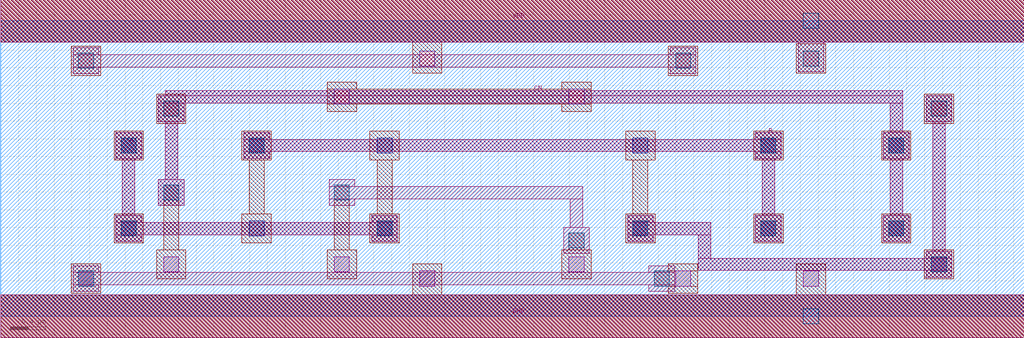
<source format=lef>
# LEF file generated by lefgen from LibreSilicon version 0.1
#

VERSION 5.4 ;
NAMESCASESENSITIVE ON ;
BUSBITCHARS "[]" ;
DIVIDERCHAR "/" ;
UNITS
  DATABASE MICRONS 1000 ;
END UNITS

USEMINSPACING OBS ON ;
USEMINSPACING PIN OFF ;
CLEARANCEMEASURE EUCLIDEAN ;


MANUFACTURINGGRID 0.15 ;

LAYER nwell
  TYPE	MASTERSLICE ;
END nwell

LAYER nactive
  TYPE	MASTERSLICE ;
END nactive

LAYER pactive
  TYPE	MASTERSLICE ;
END pactive

LAYER poly
  TYPE	MASTERSLICE ;
END poly

LAYER cc
  TYPE	CUT ;
  SPACING	0.9 ;
END cc

LAYER metal1
  TYPE		ROUTING ;
  DIRECTION	HORIZONTAL ;
  PITCH		3  ;
  OFFSET	1.5 ;
  WIDTH		0.9 ;
  SPACING	0.9 ;
  RESISTANCE	RPERSQ 0.09 ;
  CAPACITANCE	CPERSQDIST 3.2e-05 ;
END metal1

LAYER via
  TYPE	CUT ;
  SPACING	0.9 ;
END via

LAYER metal2
  TYPE		ROUTING ;
  DIRECTION	VERTICAL ;
  PITCH		2.4  ;
  OFFSET	1.2 ;
  WIDTH		0.9 ;
  SPACING	0.9 ;
  RESISTANCE	RPERSQ 0.09 ;
  CAPACITANCE	CPERSQDIST 1.6e-05 ;
END metal2

LAYER via2
  TYPE	CUT ;
  SPACING	0.9 ;
END via2

LAYER metal3
  TYPE		ROUTING ;
  DIRECTION	HORIZONTAL ;
  PITCH		3  ;
  OFFSET	1.5 ;
  WIDTH		1.5 ;
  SPACING	0.9 ;
  RESISTANCE	RPERSQ 0.05 ;
  CAPACITANCE	CPERSQDIST 1e-05 ;
END metal3

SPACING
  SAMENET cc  via	0.150 ;
  SAMENET via  via2	0.150 ;
END SPACING

VIA M2_M1 DEFAULT
  LAYER metal1 ;
    RECT -0.600 -0.600 0.600 0.600 ;
  LAYER via ;
    RECT -0.300 -0.300 0.300 0.300 ;
  LAYER metal2 ;
    RECT -0.600 -0.600 0.600 0.600 ;
END M2_M1

VIA M3_M2 DEFAULT
  LAYER metal2 ;
    RECT -0.600 -0.600 0.600 0.600 ;
  LAYER via2 ;
    RECT -0.300 -0.300 0.300 0.300 ;
  LAYER metal3 ;
    RECT -0.900 -0.900 0.900 0.900 ;
END M3_M2


VIARULE viagen21 GENERATE
  LAYER metal1 ;
    DIRECTION HORIZONTAL ;
    WIDTH 1.2 TO 120 ;
    OVERHANG 0.3 ;
    METALOVERHANG 0 ;
  LAYER metal2 ;
    DIRECTION VERTICAL ;
    WIDTH 1.2 TO 120 ;
    OVERHANG 0.3 ;
    METALOVERHANG 0 ;
  LAYER via ;
    RECT -0.3 -0.3 0.3 0.3 ;
    SPACING 1.5 BY 1.5 ;
END viagen21

VIARULE viagen32 GENERATE
  LAYER metal3 ;
    DIRECTION HORIZONTAL ;
    WIDTH 1.8 TO 180 ;
    OVERHANG 0.6 ;
    METALOVERHANG 0 ;
  LAYER metal2 ;
    DIRECTION VERTICAL ;
    WIDTH 1.2 TO 120 ;
    OVERHANG 0.6 ;
    METALOVERHANG 0 ;
  LAYER via2 ;
    RECT -0.3 -0.3 0.3 0.3 ;
    SPACING 2.1 BY 2.1 ;
END viagen32

VIARULE TURN1 GENERATE
  LAYER metal1 ;
    DIRECTION HORIZONTAL ;
  LAYER metal1 ;
    DIRECTION VERTICAL ;
END TURN1

VIARULE TURN2 GENERATE
  LAYER metal2 ;
    DIRECTION HORIZONTAL ;
  LAYER metal2 ;
    DIRECTION VERTICAL ;
END TURN2

VIARULE TURN3 GENERATE
  LAYER metal3 ;
    DIRECTION HORIZONTAL ;
  LAYER metal3 ;
    DIRECTION VERTICAL ;
END TURN3

SITE  corner
    CLASS	PAD ;
    SYMMETRY	R90 Y ;
    SIZE	300.000 BY 300.000 ;
END  corner

SITE  IO
    CLASS	PAD ;
    SYMMETRY	Y ;
    SIZE	90.000 BY 300.000 ;
END  IO

SITE  core
    CLASS	CORE ;
    SYMMETRY	Y ;
    SIZE	2.400 BY 30.000 ;
END  core

MACRO AND2X1
 CLASS CORE ;
 FOREIGN AND2X1 0 0 ;
 SIZE 5.76 BY 3.33 ;
 ORIGIN 0 0 ;
 SYMMETRY X Y R90 ;
 SITE unit ;
  PIN VDD
   DIRECTION INOUT ;
   USE POWER ;
   SHAPE ABUTMENT ;
    PORT
     CLASS CORE ;
       LAYER li1 ;
        RECT 0.00000000 3.09000000 5.76000000 3.57000000 ;
       LAYER met1 ;
        RECT 0.00000000 3.09000000 5.76000000 3.57000000 ;
    END
  END VDD

  PIN GND
   DIRECTION INOUT ;
   USE POWER ;
   SHAPE ABUTMENT ;
    PORT
     CLASS CORE ;
       LAYER li1 ;
        RECT 0.00000000 -0.24000000 5.76000000 0.24000000 ;
       LAYER met1 ;
        RECT 0.00000000 -0.24000000 5.76000000 0.24000000 ;
    END
  END GND

  PIN Y
   DIRECTION INOUT ;
   USE SIGNAL ;
   SHAPE ABUTMENT ;
    PORT
     CLASS CORE ;
       LAYER met1 ;
        RECT 4.65500000 0.44000000 4.94500000 0.73000000 ;
        RECT 4.73000000 0.73000000 4.87000000 2.19500000 ;
        RECT 4.65500000 2.19500000 4.94500000 2.48500000 ;
    END
  END Y

  PIN B
   DIRECTION INOUT ;
   USE SIGNAL ;
   SHAPE ABUTMENT ;
    PORT
     CLASS CORE ;
       LAYER met1 ;
        RECT 2.73500000 0.84500000 3.02500000 1.13500000 ;
    END
  END B

  PIN A
   DIRECTION INOUT ;
   USE SIGNAL ;
   SHAPE ABUTMENT ;
    PORT
     CLASS CORE ;
       LAYER met1 ;
        RECT 1.29500000 0.84500000 1.58500000 1.13500000 ;
        RECT 1.37000000 1.13500000 1.51000000 1.78000000 ;
        RECT 1.29500000 1.78000000 1.58500000 2.07000000 ;
    END
  END A

 OBS
    LAYER polycont ;
     RECT 1.35500000 0.90500000 1.52500000 1.07500000 ;
     RECT 2.79500000 0.90500000 2.96500000 1.07500000 ;
     RECT 4.23500000 0.90500000 4.40500000 1.07500000 ;
     RECT 1.35500000 1.84000000 1.52500000 2.01000000 ;
     RECT 2.79500000 1.84000000 2.96500000 2.01000000 ;
     RECT 4.23500000 1.84000000 4.40500000 2.01000000 ;

    LAYER pdiffc ;
     RECT 1.83500000 2.25500000 2.00500000 2.42500000 ;
     RECT 4.71500000 2.25500000 4.88500000 2.42500000 ;
     RECT 0.63500000 2.82000000 0.80500000 2.99000000 ;
     RECT 3.27500000 2.82000000 3.44500000 2.99000000 ;

    LAYER ndiffc ;
     RECT 3.27500000 0.34000000 3.44500000 0.51000000 ;
     RECT 0.87500000 0.50000000 1.04500000 0.67000000 ;
     RECT 4.71500000 0.50000000 4.88500000 0.67000000 ;

    LAYER li1 ;
     RECT 0.00000000 -0.24000000 5.76000000 0.24000000 ;
     RECT 3.19500000 0.26000000 3.52500000 0.59000000 ;
     RECT 0.79500000 0.42000000 1.12500000 0.75000000 ;
     RECT 4.63500000 0.42000000 4.96500000 0.75000000 ;
     RECT 1.27500000 0.82500000 1.60500000 1.15500000 ;
     RECT 4.15500000 0.82500000 4.48500000 1.15500000 ;
     RECT 1.27500000 1.76000000 1.60500000 2.09000000 ;
     RECT 2.71500000 0.82500000 3.04500000 1.15500000 ;
     RECT 2.79500000 1.15500000 2.96500000 1.76000000 ;
     RECT 2.71500000 1.76000000 3.04500000 2.09000000 ;
     RECT 4.15500000 1.76000000 4.48500000 2.09000000 ;
     RECT 1.75500000 2.17500000 2.08500000 2.50500000 ;
     RECT 4.63500000 2.17500000 4.96500000 2.50500000 ;
     RECT 0.55500000 2.74000000 0.88500000 3.07000000 ;
     RECT 3.19500000 2.74000000 3.52500000 3.07000000 ;
     RECT 0.00000000 3.09000000 5.76000000 3.57000000 ;

    LAYER viali ;
     RECT 3.27500000 -0.08500000 3.44500000 0.08500000 ;
     RECT 3.27500000 0.34000000 3.44500000 0.51000000 ;
     RECT 0.87500000 0.50000000 1.04500000 0.67000000 ;
     RECT 4.71500000 0.50000000 4.88500000 0.67000000 ;
     RECT 1.35500000 0.90500000 1.52500000 1.07500000 ;
     RECT 2.79500000 0.90500000 2.96500000 1.07500000 ;
     RECT 4.23500000 0.90500000 4.40500000 1.07500000 ;
     RECT 1.35500000 1.84000000 1.52500000 2.01000000 ;
     RECT 4.23500000 1.84000000 4.40500000 2.01000000 ;
     RECT 1.83500000 2.25500000 2.00500000 2.42500000 ;
     RECT 4.71500000 2.25500000 4.88500000 2.42500000 ;
     RECT 0.63500000 2.82000000 0.80500000 2.99000000 ;
     RECT 3.27500000 2.82000000 3.44500000 2.99000000 ;
     RECT 3.27500000 3.24500000 3.44500000 3.41500000 ;

    LAYER met1 ;
     RECT 0.00000000 -0.24000000 5.76000000 0.24000000 ;
     RECT 3.21500000 0.24000000 3.50500000 0.57000000 ;
     RECT 2.73500000 0.84500000 3.02500000 1.13500000 ;
     RECT 1.29500000 0.84500000 1.58500000 1.13500000 ;
     RECT 1.37000000 1.13500000 1.51000000 1.78000000 ;
     RECT 1.29500000 1.78000000 1.58500000 2.07000000 ;
     RECT 0.81500000 0.44000000 1.10500000 0.51500000 ;
     RECT 0.81500000 0.51500000 1.99000000 0.65500000 ;
     RECT 0.81500000 0.65500000 1.10500000 0.73000000 ;
     RECT 4.17500000 0.84500000 4.46500000 1.13500000 ;
     RECT 4.25000000 1.13500000 4.39000000 1.78000000 ;
     RECT 1.85000000 0.65500000 1.99000000 1.85500000 ;
     RECT 4.17500000 1.78000000 4.46500000 1.85500000 ;
     RECT 1.85000000 1.85500000 4.46500000 1.99500000 ;
     RECT 4.17500000 1.99500000 4.46500000 2.07000000 ;
     RECT 1.85000000 1.99500000 1.99000000 2.19500000 ;
     RECT 1.77500000 2.19500000 2.06500000 2.48500000 ;
     RECT 4.65500000 0.44000000 4.94500000 0.73000000 ;
     RECT 4.73000000 0.73000000 4.87000000 2.19500000 ;
     RECT 4.65500000 2.19500000 4.94500000 2.48500000 ;
     RECT 0.57500000 2.76000000 0.86500000 3.09000000 ;
     RECT 3.21500000 2.76000000 3.50500000 3.09000000 ;
     RECT 0.00000000 3.09000000 5.76000000 3.57000000 ;

 END
END AND2X1

MACRO AND2X2
 CLASS CORE ;
 FOREIGN AND2X2 0 0 ;
 SIZE 5.76 BY 3.33 ;
 ORIGIN 0 0 ;
 SYMMETRY X Y R90 ;
 SITE unit ;
  PIN VDD
   DIRECTION INOUT ;
   USE POWER ;
   SHAPE ABUTMENT ;
    PORT
     CLASS CORE ;
       LAYER li1 ;
        RECT 0.00000000 3.09000000 5.76000000 3.57000000 ;
       LAYER met1 ;
        RECT 0.00000000 3.09000000 5.76000000 3.57000000 ;
    END
  END VDD

  PIN GND
   DIRECTION INOUT ;
   USE POWER ;
   SHAPE ABUTMENT ;
    PORT
     CLASS CORE ;
       LAYER li1 ;
        RECT 0.00000000 -0.24000000 5.76000000 0.24000000 ;
       LAYER met1 ;
        RECT 0.00000000 -0.24000000 5.76000000 0.24000000 ;
    END
  END GND

  PIN Y
   DIRECTION INOUT ;
   USE SIGNAL ;
   SHAPE ABUTMENT ;
    PORT
     CLASS CORE ;
       LAYER met1 ;
        RECT 4.65500000 0.44000000 4.94500000 0.73000000 ;
        RECT 4.73000000 0.73000000 4.87000000 2.19500000 ;
        RECT 4.65500000 2.19500000 4.94500000 2.48500000 ;
    END
  END Y

  PIN B
   DIRECTION INOUT ;
   USE SIGNAL ;
   SHAPE ABUTMENT ;
    PORT
     CLASS CORE ;
       LAYER met1 ;
        RECT 2.73500000 0.84500000 3.02500000 1.13500000 ;
        RECT 2.81000000 1.13500000 2.95000000 1.78000000 ;
        RECT 2.73500000 1.78000000 3.02500000 2.07000000 ;
    END
  END B

  PIN A
   DIRECTION INOUT ;
   USE SIGNAL ;
   SHAPE ABUTMENT ;
    PORT
     CLASS CORE ;
       LAYER met1 ;
        RECT 1.29500000 0.84500000 1.58500000 1.13500000 ;
        RECT 1.37000000 1.13500000 1.51000000 1.78000000 ;
        RECT 1.29500000 1.78000000 1.58500000 2.07000000 ;
    END
  END A

 OBS
    LAYER polycont ;
     RECT 1.35500000 0.90500000 1.52500000 1.07500000 ;
     RECT 2.79500000 0.90500000 2.96500000 1.07500000 ;
     RECT 4.23500000 0.90500000 4.40500000 1.07500000 ;
     RECT 1.35500000 1.84000000 1.52500000 2.01000000 ;
     RECT 2.79500000 1.84000000 2.96500000 2.01000000 ;
     RECT 4.23500000 1.84000000 4.40500000 2.01000000 ;

    LAYER pdiffc ;
     RECT 1.83500000 2.25500000 2.00500000 2.42500000 ;
     RECT 4.71500000 2.25500000 4.88500000 2.42500000 ;
     RECT 0.63500000 2.82000000 0.80500000 2.99000000 ;
     RECT 3.27500000 2.82000000 3.44500000 2.99000000 ;

    LAYER ndiffc ;
     RECT 3.27500000 0.34000000 3.44500000 0.51000000 ;
     RECT 0.87500000 0.50000000 1.04500000 0.67000000 ;
     RECT 4.71500000 0.50000000 4.88500000 0.67000000 ;

    LAYER li1 ;
     RECT 0.00000000 -0.24000000 5.76000000 0.24000000 ;
     RECT 3.19500000 0.26000000 3.52500000 0.59000000 ;
     RECT 0.79500000 0.42000000 1.12500000 0.75000000 ;
     RECT 4.63500000 0.42000000 4.96500000 0.75000000 ;
     RECT 1.27500000 0.82500000 1.60500000 1.15500000 ;
     RECT 2.71500000 0.82500000 3.04500000 1.15500000 ;
     RECT 4.15500000 0.82500000 4.48500000 1.15500000 ;
     RECT 1.27500000 1.76000000 1.60500000 2.09000000 ;
     RECT 2.71500000 1.76000000 3.04500000 2.09000000 ;
     RECT 4.15500000 1.76000000 4.48500000 2.09000000 ;
     RECT 1.75500000 2.17500000 2.08500000 2.50500000 ;
     RECT 4.63500000 2.17500000 4.96500000 2.50500000 ;
     RECT 0.55500000 2.74000000 0.88500000 3.07000000 ;
     RECT 3.19500000 2.74000000 3.52500000 3.07000000 ;
     RECT 0.00000000 3.09000000 5.76000000 3.57000000 ;

    LAYER viali ;
     RECT 3.27500000 -0.08500000 3.44500000 0.08500000 ;
     RECT 3.27500000 0.34000000 3.44500000 0.51000000 ;
     RECT 0.87500000 0.50000000 1.04500000 0.67000000 ;
     RECT 4.71500000 0.50000000 4.88500000 0.67000000 ;
     RECT 1.35500000 0.90500000 1.52500000 1.07500000 ;
     RECT 2.79500000 0.90500000 2.96500000 1.07500000 ;
     RECT 4.23500000 0.90500000 4.40500000 1.07500000 ;
     RECT 1.35500000 1.84000000 1.52500000 2.01000000 ;
     RECT 2.79500000 1.84000000 2.96500000 2.01000000 ;
     RECT 4.23500000 1.84000000 4.40500000 2.01000000 ;
     RECT 1.83500000 2.25500000 2.00500000 2.42500000 ;
     RECT 4.71500000 2.25500000 4.88500000 2.42500000 ;
     RECT 0.63500000 2.82000000 0.80500000 2.99000000 ;
     RECT 3.27500000 2.82000000 3.44500000 2.99000000 ;
     RECT 3.27500000 3.24500000 3.44500000 3.41500000 ;

    LAYER met1 ;
     RECT 0.00000000 -0.24000000 5.76000000 0.24000000 ;
     RECT 3.21500000 0.24000000 3.50500000 0.57000000 ;
     RECT 1.29500000 0.84500000 1.58500000 1.13500000 ;
     RECT 1.37000000 1.13500000 1.51000000 1.78000000 ;
     RECT 1.29500000 1.78000000 1.58500000 2.07000000 ;
     RECT 2.73500000 0.84500000 3.02500000 1.13500000 ;
     RECT 2.81000000 1.13500000 2.95000000 1.78000000 ;
     RECT 2.73500000 1.78000000 3.02500000 2.07000000 ;
     RECT 0.81500000 0.44000000 1.10500000 0.73000000 ;
     RECT 4.17500000 0.84500000 4.46500000 1.13500000 ;
     RECT 4.25000000 1.13500000 4.39000000 1.78000000 ;
     RECT 4.17500000 1.78000000 4.46500000 2.07000000 ;
     RECT 0.89000000 0.73000000 1.03000000 2.27000000 ;
     RECT 1.77500000 2.19500000 2.06500000 2.27000000 ;
     RECT 4.25000000 2.07000000 4.39000000 2.27000000 ;
     RECT 0.89000000 2.27000000 4.39000000 2.41000000 ;
     RECT 1.77500000 2.41000000 2.06500000 2.48500000 ;
     RECT 4.65500000 0.44000000 4.94500000 0.73000000 ;
     RECT 4.73000000 0.73000000 4.87000000 2.19500000 ;
     RECT 4.65500000 2.19500000 4.94500000 2.48500000 ;
     RECT 0.57500000 2.76000000 0.86500000 3.09000000 ;
     RECT 3.21500000 2.76000000 3.50500000 3.09000000 ;
     RECT 0.00000000 3.09000000 5.76000000 3.57000000 ;

 END
END AND2X2

MACRO AOI21X1
 CLASS CORE ;
 FOREIGN AOI21X1 0 0 ;
 SIZE 5.76 BY 3.33 ;
 ORIGIN 0 0 ;
 SYMMETRY X Y R90 ;
 SITE unit ;
  PIN VDD
   DIRECTION INOUT ;
   USE POWER ;
   SHAPE ABUTMENT ;
    PORT
     CLASS CORE ;
       LAYER li1 ;
        RECT 0.00000000 3.09000000 5.76000000 3.57000000 ;
       LAYER met1 ;
        RECT 0.00000000 3.09000000 5.76000000 3.57000000 ;
    END
  END VDD

  PIN GND
   DIRECTION INOUT ;
   USE POWER ;
   SHAPE ABUTMENT ;
    PORT
     CLASS CORE ;
       LAYER li1 ;
        RECT 0.00000000 -0.24000000 5.76000000 0.24000000 ;
       LAYER met1 ;
        RECT 0.00000000 -0.24000000 5.76000000 0.24000000 ;
    END
  END GND

  PIN Y
   DIRECTION INOUT ;
   USE SIGNAL ;
   SHAPE ABUTMENT ;
    PORT
     CLASS CORE ;
       LAYER met1 ;
        RECT 0.81500000 0.28000000 1.10500000 0.35500000 ;
        RECT 4.65500000 0.28000000 4.94500000 0.35500000 ;
        RECT 0.81500000 0.35500000 4.94500000 0.49500000 ;
        RECT 0.81500000 0.49500000 1.10500000 0.57000000 ;
        RECT 4.65500000 0.49500000 4.94500000 0.57000000 ;
        RECT 0.89000000 0.57000000 1.03000000 2.19500000 ;
        RECT 0.81500000 2.19500000 1.10500000 2.48500000 ;
    END
  END Y

  PIN A
   DIRECTION INOUT ;
   USE SIGNAL ;
   SHAPE ABUTMENT ;
    PORT
     CLASS CORE ;
       LAYER met1 ;
        RECT 2.73500000 0.84500000 3.02500000 1.13500000 ;
        RECT 2.81000000 1.13500000 2.95000000 1.78000000 ;
        RECT 2.73500000 1.78000000 3.02500000 2.07000000 ;
    END
  END A

  PIN C
   DIRECTION INOUT ;
   USE SIGNAL ;
   SHAPE ABUTMENT ;
    PORT
     CLASS CORE ;
       LAYER met1 ;
        RECT 1.29500000 0.84500000 1.58500000 1.13500000 ;
        RECT 1.37000000 1.13500000 1.51000000 1.78000000 ;
        RECT 1.29500000 1.78000000 1.58500000 2.07000000 ;
    END
  END C

  PIN B
   DIRECTION INOUT ;
   USE SIGNAL ;
   SHAPE ABUTMENT ;
    PORT
     CLASS CORE ;
       LAYER met1 ;
        RECT 4.17500000 0.84500000 4.46500000 1.13500000 ;
        RECT 4.25000000 1.13500000 4.39000000 1.78000000 ;
        RECT 4.17500000 1.78000000 4.46500000 2.07000000 ;
    END
  END B

 OBS
    LAYER polycont ;
     RECT 1.35500000 0.90500000 1.52500000 1.07500000 ;
     RECT 2.79500000 0.90500000 2.96500000 1.07500000 ;
     RECT 4.23500000 0.90500000 4.40500000 1.07500000 ;
     RECT 1.35500000 1.84000000 1.52500000 2.01000000 ;
     RECT 2.79500000 1.84000000 2.96500000 2.01000000 ;
     RECT 4.23500000 1.84000000 4.40500000 2.01000000 ;

    LAYER pdiffc ;
     RECT 0.87500000 2.25500000 1.04500000 2.42500000 ;
     RECT 2.31500000 2.25500000 2.48500000 2.42500000 ;
     RECT 4.71500000 2.25500000 4.88500000 2.42500000 ;
     RECT 3.27500000 2.82000000 3.44500000 2.99000000 ;

    LAYER ndiffc ;
     RECT 0.87500000 0.34000000 1.04500000 0.51000000 ;
     RECT 1.83500000 0.34000000 2.00500000 0.51000000 ;
     RECT 4.71500000 0.34000000 4.88500000 0.51000000 ;

    LAYER li1 ;
     RECT 0.79500000 0.26000000 1.12500000 0.59000000 ;
     RECT 0.00000000 -0.24000000 5.76000000 0.24000000 ;
     RECT 1.75500000 0.24000000 2.08500000 0.59000000 ;
     RECT 4.63500000 0.26000000 4.96500000 0.59000000 ;
     RECT 1.27500000 0.82500000 1.60500000 1.15500000 ;
     RECT 2.71500000 0.82500000 3.04500000 1.15500000 ;
     RECT 4.15500000 0.82500000 4.48500000 1.15500000 ;
     RECT 1.27500000 1.76000000 1.60500000 2.09000000 ;
     RECT 2.71500000 1.76000000 3.04500000 2.09000000 ;
     RECT 4.15500000 1.76000000 4.48500000 2.09000000 ;
     RECT 0.79500000 2.17500000 1.12500000 2.50500000 ;
     RECT 2.23500000 2.17500000 2.56500000 2.50500000 ;
     RECT 4.63500000 2.17500000 4.96500000 2.50500000 ;
     RECT 3.19500000 2.74000000 3.52500000 3.07000000 ;
     RECT 0.00000000 3.09000000 5.76000000 3.57000000 ;

    LAYER viali ;
     RECT 1.83500000 -0.08500000 2.00500000 0.08500000 ;
     RECT 0.87500000 0.34000000 1.04500000 0.51000000 ;
     RECT 4.71500000 0.34000000 4.88500000 0.51000000 ;
     RECT 1.35500000 0.90500000 1.52500000 1.07500000 ;
     RECT 2.79500000 0.90500000 2.96500000 1.07500000 ;
     RECT 4.23500000 0.90500000 4.40500000 1.07500000 ;
     RECT 1.35500000 1.84000000 1.52500000 2.01000000 ;
     RECT 2.79500000 1.84000000 2.96500000 2.01000000 ;
     RECT 4.23500000 1.84000000 4.40500000 2.01000000 ;
     RECT 0.87500000 2.25500000 1.04500000 2.42500000 ;
     RECT 2.31500000 2.25500000 2.48500000 2.42500000 ;
     RECT 4.71500000 2.25500000 4.88500000 2.42500000 ;
     RECT 3.27500000 2.82000000 3.44500000 2.99000000 ;
     RECT 3.27500000 3.24500000 3.44500000 3.41500000 ;

    LAYER met1 ;
     RECT 0.00000000 -0.24000000 5.76000000 0.24000000 ;
     RECT 1.29500000 0.84500000 1.58500000 1.13500000 ;
     RECT 1.37000000 1.13500000 1.51000000 1.78000000 ;
     RECT 1.29500000 1.78000000 1.58500000 2.07000000 ;
     RECT 2.73500000 0.84500000 3.02500000 1.13500000 ;
     RECT 2.81000000 1.13500000 2.95000000 1.78000000 ;
     RECT 2.73500000 1.78000000 3.02500000 2.07000000 ;
     RECT 4.17500000 0.84500000 4.46500000 1.13500000 ;
     RECT 4.25000000 1.13500000 4.39000000 1.78000000 ;
     RECT 4.17500000 1.78000000 4.46500000 2.07000000 ;
     RECT 0.81500000 0.28000000 1.10500000 0.35500000 ;
     RECT 4.65500000 0.28000000 4.94500000 0.35500000 ;
     RECT 0.81500000 0.35500000 4.94500000 0.49500000 ;
     RECT 0.81500000 0.49500000 1.10500000 0.57000000 ;
     RECT 4.65500000 0.49500000 4.94500000 0.57000000 ;
     RECT 0.89000000 0.57000000 1.03000000 2.19500000 ;
     RECT 0.81500000 2.19500000 1.10500000 2.48500000 ;
     RECT 2.25500000 2.19500000 2.54500000 2.27000000 ;
     RECT 4.65500000 2.19500000 4.94500000 2.27000000 ;
     RECT 2.25500000 2.27000000 4.94500000 2.41000000 ;
     RECT 2.25500000 2.41000000 2.54500000 2.48500000 ;
     RECT 4.65500000 2.41000000 4.94500000 2.48500000 ;
     RECT 3.21500000 2.76000000 3.50500000 3.09000000 ;
     RECT 0.00000000 3.09000000 5.76000000 3.57000000 ;

 END
END AOI21X1

MACRO AOI22X1
 CLASS CORE ;
 FOREIGN AOI22X1 0 0 ;
 SIZE 7.2 BY 3.33 ;
 ORIGIN 0 0 ;
 SYMMETRY X Y R90 ;
 SITE unit ;
  PIN VDD
   DIRECTION INOUT ;
   USE POWER ;
   SHAPE ABUTMENT ;
    PORT
     CLASS CORE ;
       LAYER li1 ;
        RECT 0.00000000 3.09000000 7.20000000 3.57000000 ;
       LAYER met1 ;
        RECT 0.00000000 3.09000000 7.20000000 3.57000000 ;
    END
  END VDD

  PIN GND
   DIRECTION INOUT ;
   USE POWER ;
   SHAPE ABUTMENT ;
    PORT
     CLASS CORE ;
       LAYER li1 ;
        RECT 0.00000000 -0.24000000 7.20000000 0.24000000 ;
       LAYER met1 ;
        RECT 0.00000000 -0.24000000 7.20000000 0.24000000 ;
    END
  END GND

  PIN Y
   DIRECTION INOUT ;
   USE SIGNAL ;
   SHAPE ABUTMENT ;
    PORT
     CLASS CORE ;
       LAYER met1 ;
        RECT 0.81500000 0.28000000 1.10500000 0.35500000 ;
        RECT 6.09500000 0.28000000 6.38500000 0.35500000 ;
        RECT 0.81500000 0.35500000 6.38500000 0.49500000 ;
        RECT 0.81500000 0.49500000 1.10500000 0.57000000 ;
        RECT 6.09500000 0.49500000 6.38500000 0.57000000 ;
        RECT 4.73000000 0.49500000 4.87000000 2.19500000 ;
        RECT 4.65500000 2.19500000 4.94500000 2.48500000 ;
    END
  END Y

  PIN C
   DIRECTION INOUT ;
   USE SIGNAL ;
   SHAPE ABUTMENT ;
    PORT
     CLASS CORE ;
       LAYER met1 ;
        RECT 4.17500000 0.84500000 4.46500000 1.13500000 ;
        RECT 4.25000000 1.13500000 4.39000000 1.78000000 ;
        RECT 4.17500000 1.78000000 4.46500000 2.07000000 ;
    END
  END C

  PIN D
   DIRECTION INOUT ;
   USE SIGNAL ;
   SHAPE ABUTMENT ;
    PORT
     CLASS CORE ;
       LAYER met1 ;
        RECT 5.61500000 0.84500000 5.90500000 1.13500000 ;
        RECT 5.69000000 1.13500000 5.83000000 1.78000000 ;
        RECT 5.61500000 1.78000000 5.90500000 2.07000000 ;
    END
  END D

  PIN B
   DIRECTION INOUT ;
   USE SIGNAL ;
   SHAPE ABUTMENT ;
    PORT
     CLASS CORE ;
       LAYER met1 ;
        RECT 1.29500000 0.84500000 1.58500000 1.13500000 ;
        RECT 1.37000000 1.13500000 1.51000000 1.78000000 ;
        RECT 1.29500000 1.78000000 1.58500000 2.07000000 ;
    END
  END B

  PIN A
   DIRECTION INOUT ;
   USE SIGNAL ;
   SHAPE ABUTMENT ;
    PORT
     CLASS CORE ;
       LAYER met1 ;
        RECT 2.73500000 0.84500000 3.02500000 1.13500000 ;
        RECT 2.81000000 1.13500000 2.95000000 1.78000000 ;
        RECT 2.73500000 1.78000000 3.02500000 2.07000000 ;
    END
  END A

 OBS
    LAYER polycont ;
     RECT 1.35500000 0.90500000 1.52500000 1.07500000 ;
     RECT 2.79500000 0.90500000 2.96500000 1.07500000 ;
     RECT 4.23500000 0.90500000 4.40500000 1.07500000 ;
     RECT 5.67500000 0.90500000 5.84500000 1.07500000 ;
     RECT 1.35500000 1.84000000 1.52500000 2.01000000 ;
     RECT 2.79500000 1.84000000 2.96500000 2.01000000 ;
     RECT 4.23500000 1.84000000 4.40500000 2.01000000 ;
     RECT 5.67500000 1.84000000 5.84500000 2.01000000 ;

    LAYER pdiffc ;
     RECT 4.71500000 2.25500000 4.88500000 2.42500000 ;
     RECT 0.87500000 2.66000000 1.04500000 2.83000000 ;
     RECT 3.75500000 2.66000000 3.92500000 2.83000000 ;
     RECT 6.15500000 2.66000000 6.32500000 2.83000000 ;
     RECT 1.83500000 2.82000000 2.00500000 2.99000000 ;

    LAYER ndiffc ;
     RECT 0.87500000 0.34000000 1.04500000 0.51000000 ;
     RECT 3.27500000 0.34000000 3.44500000 0.51000000 ;
     RECT 6.15500000 0.34000000 6.32500000 0.51000000 ;

    LAYER li1 ;
     RECT 0.79500000 0.26000000 1.12500000 0.59000000 ;
     RECT 0.00000000 -0.24000000 7.20000000 0.24000000 ;
     RECT 3.19500000 0.24000000 3.52500000 0.59000000 ;
     RECT 6.07500000 0.26000000 6.40500000 0.59000000 ;
     RECT 1.27500000 0.82500000 1.60500000 1.15500000 ;
     RECT 2.71500000 0.82500000 3.04500000 1.15500000 ;
     RECT 4.15500000 0.82500000 4.48500000 1.15500000 ;
     RECT 5.59500000 0.82500000 5.92500000 1.15500000 ;
     RECT 1.27500000 1.76000000 1.60500000 2.09000000 ;
     RECT 2.71500000 1.76000000 3.04500000 2.09000000 ;
     RECT 4.15500000 1.76000000 4.48500000 2.09000000 ;
     RECT 5.59500000 1.76000000 5.92500000 2.09000000 ;
     RECT 4.63500000 2.17500000 4.96500000 2.50500000 ;
     RECT 0.79500000 2.58000000 1.12500000 2.91000000 ;
     RECT 3.67500000 2.58000000 4.00500000 2.91000000 ;
     RECT 6.07500000 2.58000000 6.40500000 2.91000000 ;
     RECT 1.75500000 2.74000000 2.08500000 3.09000000 ;
     RECT 0.00000000 3.09000000 7.20000000 3.57000000 ;

    LAYER viali ;
     RECT 3.27500000 -0.08500000 3.44500000 0.08500000 ;
     RECT 0.87500000 0.34000000 1.04500000 0.51000000 ;
     RECT 6.15500000 0.34000000 6.32500000 0.51000000 ;
     RECT 1.35500000 0.90500000 1.52500000 1.07500000 ;
     RECT 2.79500000 0.90500000 2.96500000 1.07500000 ;
     RECT 4.23500000 0.90500000 4.40500000 1.07500000 ;
     RECT 5.67500000 0.90500000 5.84500000 1.07500000 ;
     RECT 1.35500000 1.84000000 1.52500000 2.01000000 ;
     RECT 2.79500000 1.84000000 2.96500000 2.01000000 ;
     RECT 4.23500000 1.84000000 4.40500000 2.01000000 ;
     RECT 5.67500000 1.84000000 5.84500000 2.01000000 ;
     RECT 4.71500000 2.25500000 4.88500000 2.42500000 ;
     RECT 0.87500000 2.66000000 1.04500000 2.83000000 ;
     RECT 3.75500000 2.66000000 3.92500000 2.83000000 ;
     RECT 6.15500000 2.66000000 6.32500000 2.83000000 ;
     RECT 1.83500000 3.24500000 2.00500000 3.41500000 ;

    LAYER met1 ;
     RECT 0.00000000 -0.24000000 7.20000000 0.24000000 ;
     RECT 1.29500000 0.84500000 1.58500000 1.13500000 ;
     RECT 1.37000000 1.13500000 1.51000000 1.78000000 ;
     RECT 1.29500000 1.78000000 1.58500000 2.07000000 ;
     RECT 2.73500000 0.84500000 3.02500000 1.13500000 ;
     RECT 2.81000000 1.13500000 2.95000000 1.78000000 ;
     RECT 2.73500000 1.78000000 3.02500000 2.07000000 ;
     RECT 4.17500000 0.84500000 4.46500000 1.13500000 ;
     RECT 4.25000000 1.13500000 4.39000000 1.78000000 ;
     RECT 4.17500000 1.78000000 4.46500000 2.07000000 ;
     RECT 5.61500000 0.84500000 5.90500000 1.13500000 ;
     RECT 5.69000000 1.13500000 5.83000000 1.78000000 ;
     RECT 5.61500000 1.78000000 5.90500000 2.07000000 ;
     RECT 0.81500000 0.28000000 1.10500000 0.35500000 ;
     RECT 6.09500000 0.28000000 6.38500000 0.35500000 ;
     RECT 0.81500000 0.35500000 6.38500000 0.49500000 ;
     RECT 0.81500000 0.49500000 1.10500000 0.57000000 ;
     RECT 6.09500000 0.49500000 6.38500000 0.57000000 ;
     RECT 4.73000000 0.49500000 4.87000000 2.19500000 ;
     RECT 4.65500000 2.19500000 4.94500000 2.48500000 ;
     RECT 0.81500000 2.60000000 1.10500000 2.67500000 ;
     RECT 3.69500000 2.60000000 3.98500000 2.67500000 ;
     RECT 6.09500000 2.60000000 6.38500000 2.67500000 ;
     RECT 0.81500000 2.67500000 6.38500000 2.81500000 ;
     RECT 0.81500000 2.81500000 1.10500000 2.89000000 ;
     RECT 3.69500000 2.81500000 3.98500000 2.89000000 ;
     RECT 6.09500000 2.81500000 6.38500000 2.89000000 ;
     RECT 0.00000000 3.09000000 7.20000000 3.57000000 ;

 END
END AOI22X1

MACRO ASYNC1
 CLASS CORE ;
 FOREIGN ASYNC1 0 0 ;
 SIZE 10.08 BY 3.33 ;
 ORIGIN 0 0 ;
 SYMMETRY X Y R90 ;
 SITE unit ;
  PIN VDD
   DIRECTION INOUT ;
   USE POWER ;
   SHAPE ABUTMENT ;
    PORT
     CLASS CORE ;
       LAYER li1 ;
        RECT 0.00000000 3.09000000 10.08000000 3.57000000 ;
       LAYER met1 ;
        RECT 0.00000000 3.09000000 10.08000000 3.57000000 ;
    END
  END VDD

  PIN GND
   DIRECTION INOUT ;
   USE POWER ;
   SHAPE ABUTMENT ;
    PORT
     CLASS CORE ;
       LAYER li1 ;
        RECT 0.00000000 -0.24000000 10.08000000 0.24000000 ;
       LAYER met1 ;
        RECT 0.00000000 -0.24000000 10.08000000 0.24000000 ;
    END
  END GND

  PIN CN
   DIRECTION INOUT ;
   USE SIGNAL ;
   SHAPE ABUTMENT ;
    PORT
     CLASS CORE ;
       LAYER met1 ;
        RECT 6.65000000 0.51500000 8.71000000 0.65500000 ;
        RECT 8.57000000 0.65500000 8.71000000 0.84500000 ;
        RECT 5.13500000 0.84500000 5.42500000 0.92000000 ;
        RECT 6.65000000 0.65500000 6.79000000 0.92000000 ;
        RECT 5.13500000 0.92000000 6.79000000 1.06000000 ;
        RECT 5.13500000 1.06000000 5.42500000 1.13500000 ;
        RECT 8.49500000 0.84500000 8.78500000 1.13500000 ;
        RECT 8.57000000 1.13500000 8.71000000 1.78000000 ;
        RECT 8.49500000 1.78000000 8.78500000 2.07000000 ;
    END
  END CN

  PIN C
   DIRECTION INOUT ;
   USE SIGNAL ;
   SHAPE ABUTMENT ;
    PORT
     CLASS CORE ;
       LAYER met1 ;
        RECT 8.97500000 0.44000000 9.26500000 0.73000000 ;
        RECT 5.61500000 1.78000000 5.90500000 1.85500000 ;
        RECT 5.61500000 1.85500000 6.79000000 1.99500000 ;
        RECT 5.61500000 1.99500000 5.90500000 2.07000000 ;
        RECT 9.05000000 0.73000000 9.19000000 2.19500000 ;
        RECT 6.65000000 1.99500000 6.79000000 2.27000000 ;
        RECT 8.97500000 2.19500000 9.26500000 2.27000000 ;
        RECT 6.65000000 2.27000000 9.26500000 2.41000000 ;
        RECT 8.97500000 2.41000000 9.26500000 2.48500000 ;
    END
  END C

  PIN A
   DIRECTION INOUT ;
   USE SIGNAL ;
   SHAPE ABUTMENT ;
    PORT
     CLASS CORE ;
       LAYER met1 ;
        RECT 1.29500000 0.84500000 1.58500000 1.13500000 ;
        RECT 2.73500000 0.84500000 3.02500000 1.13500000 ;
        RECT 1.37000000 1.13500000 1.51000000 1.78000000 ;
        RECT 2.81000000 1.13500000 2.95000000 1.78000000 ;
        RECT 1.29500000 1.78000000 1.58500000 1.85500000 ;
        RECT 2.73500000 1.78000000 3.02500000 1.85500000 ;
        RECT 1.29500000 1.85500000 3.02500000 1.99500000 ;
        RECT 1.29500000 1.99500000 1.58500000 2.07000000 ;
        RECT 2.73500000 1.99500000 3.02500000 2.07000000 ;
    END
  END A

  PIN B
   DIRECTION INOUT ;
   USE SIGNAL ;
   SHAPE ABUTMENT ;
    PORT
     CLASS CORE ;
       LAYER met1 ;
        RECT 4.17500000 0.84500000 4.46500000 1.13500000 ;
        RECT 7.05500000 0.84500000 7.34500000 1.13500000 ;
        RECT 4.25000000 1.13500000 4.39000000 1.46000000 ;
        RECT 7.13000000 1.13500000 7.27000000 1.46000000 ;
        RECT 4.25000000 1.46000000 7.27000000 1.60000000 ;
        RECT 4.25000000 1.60000000 4.39000000 1.78000000 ;
        RECT 7.13000000 1.60000000 7.27000000 1.78000000 ;
        RECT 4.17500000 1.78000000 4.46500000 2.07000000 ;
        RECT 7.05500000 1.78000000 7.34500000 2.07000000 ;
    END
  END B

 OBS
    LAYER polycont ;
     RECT 1.35500000 0.90500000 1.52500000 1.07500000 ;
     RECT 2.79500000 0.90500000 2.96500000 1.07500000 ;
     RECT 4.23500000 0.90500000 4.40500000 1.07500000 ;
     RECT 5.67500000 0.90500000 5.84500000 1.07500000 ;
     RECT 7.11500000 0.90500000 7.28500000 1.07500000 ;
     RECT 8.55500000 0.90500000 8.72500000 1.07500000 ;
     RECT 1.35500000 1.84000000 1.52500000 2.01000000 ;
     RECT 2.79500000 1.84000000 2.96500000 2.01000000 ;
     RECT 4.23500000 1.84000000 4.40500000 2.01000000 ;
     RECT 5.67500000 1.84000000 5.84500000 2.01000000 ;
     RECT 7.11500000 1.84000000 7.28500000 2.01000000 ;
     RECT 8.55500000 1.84000000 8.72500000 2.01000000 ;

    LAYER pdiffc ;
     RECT 0.87500000 2.25500000 1.04500000 2.42500000 ;
     RECT 5.19500000 2.25500000 5.36500000 2.42500000 ;
     RECT 6.15500000 2.25500000 6.32500000 2.42500000 ;
     RECT 9.03500000 2.25500000 9.20500000 2.42500000 ;
     RECT 1.83500000 2.82000000 2.00500000 2.99000000 ;
     RECT 7.59500000 2.82000000 7.76500000 2.99000000 ;

    LAYER ndiffc ;
     RECT 0.87500000 0.34000000 1.04500000 0.51000000 ;
     RECT 1.83500000 0.34000000 2.00500000 0.51000000 ;
     RECT 6.15500000 0.34000000 6.32500000 0.51000000 ;
     RECT 7.59500000 0.34000000 7.76500000 0.51000000 ;
     RECT 5.19500000 0.50000000 5.36500000 0.67000000 ;
     RECT 9.03500000 0.50000000 9.20500000 0.67000000 ;

    LAYER li1 ;
     RECT 0.79500000 0.26000000 1.12500000 0.59000000 ;
     RECT 6.07500000 0.26000000 6.40500000 0.59000000 ;
     RECT 0.00000000 -0.24000000 10.08000000 0.24000000 ;
     RECT 1.75500000 0.24000000 2.08500000 0.59000000 ;
     RECT 7.51500000 0.24000000 7.84500000 0.59000000 ;
     RECT 8.95500000 0.42000000 9.28500000 0.75000000 ;
     RECT 1.27500000 0.82500000 1.60500000 1.15500000 ;
     RECT 2.71500000 0.82500000 3.04500000 1.15500000 ;
     RECT 4.15500000 0.82500000 4.48500000 1.15500000 ;
     RECT 7.03500000 0.82500000 7.36500000 1.15500000 ;
     RECT 8.47500000 0.82500000 8.80500000 1.15500000 ;
     RECT 1.27500000 1.76000000 1.60500000 2.09000000 ;
     RECT 2.71500000 1.76000000 3.04500000 2.09000000 ;
     RECT 4.15500000 1.76000000 4.48500000 2.09000000 ;
     RECT 5.59500000 0.82500000 5.92500000 1.15500000 ;
     RECT 5.67500000 1.15500000 5.84500000 1.76000000 ;
     RECT 5.59500000 1.76000000 5.92500000 2.09000000 ;
     RECT 7.03500000 1.76000000 7.36500000 2.09000000 ;
     RECT 8.47500000 1.76000000 8.80500000 2.09000000 ;
     RECT 0.79500000 2.17500000 1.12500000 2.50500000 ;
     RECT 5.11500000 0.42000000 5.44500000 0.75000000 ;
     RECT 5.19500000 0.75000000 5.36500000 2.17500000 ;
     RECT 5.11500000 2.17500000 5.44500000 2.50500000 ;
     RECT 6.07500000 2.17500000 6.40500000 2.50500000 ;
     RECT 8.95500000 2.17500000 9.28500000 2.50500000 ;
     RECT 1.75500000 2.74000000 2.08500000 3.07000000 ;
     RECT 7.51500000 2.74000000 7.84500000 3.07000000 ;
     RECT 0.00000000 3.09000000 10.08000000 3.57000000 ;

    LAYER viali ;
     RECT 1.83500000 -0.08500000 2.00500000 0.08500000 ;
     RECT 0.87500000 0.34000000 1.04500000 0.51000000 ;
     RECT 6.15500000 0.34000000 6.32500000 0.51000000 ;
     RECT 9.03500000 0.50000000 9.20500000 0.67000000 ;
     RECT 1.35500000 0.90500000 1.52500000 1.07500000 ;
     RECT 2.79500000 0.90500000 2.96500000 1.07500000 ;
     RECT 4.23500000 0.90500000 4.40500000 1.07500000 ;
     RECT 5.19500000 0.90500000 5.36500000 1.07500000 ;
     RECT 7.11500000 0.90500000 7.28500000 1.07500000 ;
     RECT 8.55500000 0.90500000 8.72500000 1.07500000 ;
     RECT 1.35500000 1.84000000 1.52500000 2.01000000 ;
     RECT 2.79500000 1.84000000 2.96500000 2.01000000 ;
     RECT 4.23500000 1.84000000 4.40500000 2.01000000 ;
     RECT 5.67500000 1.84000000 5.84500000 2.01000000 ;
     RECT 7.11500000 1.84000000 7.28500000 2.01000000 ;
     RECT 8.55500000 1.84000000 8.72500000 2.01000000 ;
     RECT 0.87500000 2.25500000 1.04500000 2.42500000 ;
     RECT 6.15500000 2.25500000 6.32500000 2.42500000 ;
     RECT 9.03500000 2.25500000 9.20500000 2.42500000 ;
     RECT 1.83500000 2.82000000 2.00500000 2.99000000 ;
     RECT 7.59500000 2.82000000 7.76500000 2.99000000 ;
     RECT 7.59500000 3.24500000 7.76500000 3.41500000 ;

    LAYER met1 ;
     RECT 0.00000000 -0.24000000 10.08000000 0.24000000 ;
     RECT 0.81500000 0.28000000 1.10500000 0.35500000 ;
     RECT 6.09500000 0.28000000 6.38500000 0.35500000 ;
     RECT 0.81500000 0.35500000 6.38500000 0.49500000 ;
     RECT 0.81500000 0.49500000 1.10500000 0.57000000 ;
     RECT 6.09500000 0.49500000 6.38500000 0.57000000 ;
     RECT 1.29500000 0.84500000 1.58500000 1.13500000 ;
     RECT 2.73500000 0.84500000 3.02500000 1.13500000 ;
     RECT 1.37000000 1.13500000 1.51000000 1.78000000 ;
     RECT 2.81000000 1.13500000 2.95000000 1.78000000 ;
     RECT 1.29500000 1.78000000 1.58500000 1.85500000 ;
     RECT 2.73500000 1.78000000 3.02500000 1.85500000 ;
     RECT 1.29500000 1.85500000 3.02500000 1.99500000 ;
     RECT 1.29500000 1.99500000 1.58500000 2.07000000 ;
     RECT 2.73500000 1.99500000 3.02500000 2.07000000 ;
     RECT 4.17500000 0.84500000 4.46500000 1.13500000 ;
     RECT 7.05500000 0.84500000 7.34500000 1.13500000 ;
     RECT 4.25000000 1.13500000 4.39000000 1.46000000 ;
     RECT 7.13000000 1.13500000 7.27000000 1.46000000 ;
     RECT 4.25000000 1.46000000 7.27000000 1.60000000 ;
     RECT 4.25000000 1.60000000 4.39000000 1.78000000 ;
     RECT 7.13000000 1.60000000 7.27000000 1.78000000 ;
     RECT 4.17500000 1.78000000 4.46500000 2.07000000 ;
     RECT 7.05500000 1.78000000 7.34500000 2.07000000 ;
     RECT 6.65000000 0.51500000 8.71000000 0.65500000 ;
     RECT 8.57000000 0.65500000 8.71000000 0.84500000 ;
     RECT 5.13500000 0.84500000 5.42500000 0.92000000 ;
     RECT 6.65000000 0.65500000 6.79000000 0.92000000 ;
     RECT 5.13500000 0.92000000 6.79000000 1.06000000 ;
     RECT 5.13500000 1.06000000 5.42500000 1.13500000 ;
     RECT 8.49500000 0.84500000 8.78500000 1.13500000 ;
     RECT 8.57000000 1.13500000 8.71000000 1.78000000 ;
     RECT 8.49500000 1.78000000 8.78500000 2.07000000 ;
     RECT 0.81500000 2.19500000 1.10500000 2.27000000 ;
     RECT 6.09500000 2.19500000 6.38500000 2.27000000 ;
     RECT 0.81500000 2.27000000 6.38500000 2.41000000 ;
     RECT 0.81500000 2.41000000 1.10500000 2.48500000 ;
     RECT 6.09500000 2.41000000 6.38500000 2.48500000 ;
     RECT 8.97500000 0.44000000 9.26500000 0.73000000 ;
     RECT 5.61500000 1.78000000 5.90500000 1.85500000 ;
     RECT 5.61500000 1.85500000 6.79000000 1.99500000 ;
     RECT 5.61500000 1.99500000 5.90500000 2.07000000 ;
     RECT 9.05000000 0.73000000 9.19000000 2.19500000 ;
     RECT 6.65000000 1.99500000 6.79000000 2.27000000 ;
     RECT 8.97500000 2.19500000 9.26500000 2.27000000 ;
     RECT 6.65000000 2.27000000 9.26500000 2.41000000 ;
     RECT 8.97500000 2.41000000 9.26500000 2.48500000 ;
     RECT 1.77500000 2.76000000 2.06500000 3.09000000 ;
     RECT 7.53500000 2.76000000 7.82500000 3.09000000 ;
     RECT 0.00000000 3.09000000 10.08000000 3.57000000 ;

 END
END ASYNC1

MACRO ASYNC2
 CLASS CORE ;
 FOREIGN ASYNC2 0 0 ;
 SIZE 7.2 BY 3.33 ;
 ORIGIN 0 0 ;
 SYMMETRY X Y R90 ;
 SITE unit ;
  PIN VDD
   DIRECTION INOUT ;
   USE POWER ;
   SHAPE ABUTMENT ;
    PORT
     CLASS CORE ;
       LAYER li1 ;
        RECT 0.00000000 3.09000000 7.20000000 3.57000000 ;
       LAYER met1 ;
        RECT 0.00000000 3.09000000 7.20000000 3.57000000 ;
    END
  END VDD

  PIN GND
   DIRECTION INOUT ;
   USE POWER ;
   SHAPE ABUTMENT ;
    PORT
     CLASS CORE ;
       LAYER li1 ;
        RECT 0.00000000 -0.24000000 7.20000000 0.24000000 ;
       LAYER met1 ;
        RECT 0.00000000 -0.24000000 7.20000000 0.24000000 ;
    END
  END GND

  PIN CN
   DIRECTION INOUT ;
   USE SIGNAL ;
   SHAPE ABUTMENT ;
    PORT
     CLASS CORE ;
       LAYER met1 ;
        RECT 3.21500000 0.44000000 3.50500000 0.73000000 ;
        RECT 3.29000000 0.73000000 3.43000000 0.92000000 ;
        RECT 5.61500000 0.84500000 5.90500000 0.92000000 ;
        RECT 3.29000000 0.92000000 5.90500000 1.06000000 ;
        RECT 5.61500000 1.06000000 5.90500000 1.13500000 ;
        RECT 5.69000000 1.13500000 5.83000000 1.78000000 ;
        RECT 5.61500000 1.78000000 5.90500000 2.07000000 ;
        RECT 3.29000000 1.06000000 3.43000000 2.19500000 ;
        RECT 3.21500000 2.19500000 3.50500000 2.48500000 ;
    END
  END CN

  PIN C
   DIRECTION INOUT ;
   USE SIGNAL ;
   SHAPE ABUTMENT ;
    PORT
     CLASS CORE ;
       LAYER met1 ;
        RECT 6.09500000 0.44000000 6.38500000 0.73000000 ;
        RECT 4.17500000 1.78000000 4.46500000 2.07000000 ;
        RECT 6.17000000 0.73000000 6.31000000 2.19500000 ;
        RECT 4.25000000 2.07000000 4.39000000 2.27000000 ;
        RECT 6.09500000 2.19500000 6.38500000 2.27000000 ;
        RECT 4.25000000 2.27000000 6.38500000 2.41000000 ;
        RECT 6.09500000 2.41000000 6.38500000 2.48500000 ;
    END
  END C

  PIN A
   DIRECTION INOUT ;
   USE SIGNAL ;
   SHAPE ABUTMENT ;
    PORT
     CLASS CORE ;
       LAYER met1 ;
        RECT 1.29500000 0.84500000 1.58500000 1.13500000 ;
        RECT 1.37000000 1.13500000 1.51000000 1.78000000 ;
        RECT 1.29500000 1.78000000 1.58500000 2.07000000 ;
    END
  END A

  PIN B
   DIRECTION INOUT ;
   USE SIGNAL ;
   SHAPE ABUTMENT ;
    PORT
     CLASS CORE ;
       LAYER met1 ;
        RECT 2.73500000 0.84500000 3.02500000 1.13500000 ;
        RECT 2.81000000 1.13500000 2.95000000 1.78000000 ;
        RECT 2.73500000 1.78000000 3.02500000 2.07000000 ;
    END
  END B

 OBS
    LAYER polycont ;
     RECT 1.35500000 0.90500000 1.52500000 1.07500000 ;
     RECT 2.79500000 0.90500000 2.96500000 1.07500000 ;
     RECT 4.23500000 0.90500000 4.40500000 1.07500000 ;
     RECT 5.67500000 0.90500000 5.84500000 1.07500000 ;
     RECT 1.35500000 1.84000000 1.52500000 2.01000000 ;
     RECT 2.79500000 1.84000000 2.96500000 2.01000000 ;
     RECT 4.23500000 1.84000000 4.40500000 2.01000000 ;
     RECT 5.67500000 1.84000000 5.84500000 2.01000000 ;

    LAYER pdiffc ;
     RECT 3.27500000 2.25500000 3.44500000 2.42500000 ;
     RECT 6.15500000 2.25500000 6.32500000 2.42500000 ;
     RECT 0.63500000 2.82000000 0.80500000 2.99000000 ;
     RECT 4.71500000 2.82000000 4.88500000 2.99000000 ;

    LAYER ndiffc ;
     RECT 0.63500000 0.34000000 0.80500000 0.51000000 ;
     RECT 4.71500000 0.34000000 4.88500000 0.51000000 ;
     RECT 3.27500000 0.50000000 3.44500000 0.67000000 ;
     RECT 6.15500000 0.50000000 6.32500000 0.67000000 ;

    LAYER li1 ;
     RECT 0.00000000 -0.24000000 7.20000000 0.24000000 ;
     RECT 0.55500000 0.26000000 0.88500000 0.59000000 ;
     RECT 4.63500000 0.26000000 4.96500000 0.59000000 ;
     RECT 3.19500000 0.42000000 3.52500000 0.75000000 ;
     RECT 6.07500000 0.42000000 6.40500000 0.75000000 ;
     RECT 1.27500000 0.82500000 1.60500000 1.15500000 ;
     RECT 2.71500000 0.82500000 3.04500000 1.15500000 ;
     RECT 5.59500000 0.82500000 5.92500000 1.15500000 ;
     RECT 1.27500000 1.76000000 1.60500000 2.09000000 ;
     RECT 2.71500000 1.76000000 3.04500000 2.09000000 ;
     RECT 4.15500000 0.82500000 4.48500000 1.15500000 ;
     RECT 4.23500000 1.15500000 4.40500000 1.76000000 ;
     RECT 4.15500000 1.76000000 4.48500000 2.09000000 ;
     RECT 5.59500000 1.76000000 5.92500000 2.09000000 ;
     RECT 3.19500000 2.17500000 3.52500000 2.50500000 ;
     RECT 6.07500000 2.17500000 6.40500000 2.50500000 ;
     RECT 0.55500000 2.74000000 0.88500000 3.07000000 ;
     RECT 4.63500000 2.74000000 4.96500000 3.07000000 ;
     RECT 0.00000000 3.09000000 7.20000000 3.57000000 ;

    LAYER viali ;
     RECT 4.71500000 -0.08500000 4.88500000 0.08500000 ;
     RECT 0.63500000 0.34000000 0.80500000 0.51000000 ;
     RECT 4.71500000 0.34000000 4.88500000 0.51000000 ;
     RECT 3.27500000 0.50000000 3.44500000 0.67000000 ;
     RECT 6.15500000 0.50000000 6.32500000 0.67000000 ;
     RECT 1.35500000 0.90500000 1.52500000 1.07500000 ;
     RECT 2.79500000 0.90500000 2.96500000 1.07500000 ;
     RECT 5.67500000 0.90500000 5.84500000 1.07500000 ;
     RECT 1.35500000 1.84000000 1.52500000 2.01000000 ;
     RECT 2.79500000 1.84000000 2.96500000 2.01000000 ;
     RECT 4.23500000 1.84000000 4.40500000 2.01000000 ;
     RECT 5.67500000 1.84000000 5.84500000 2.01000000 ;
     RECT 3.27500000 2.25500000 3.44500000 2.42500000 ;
     RECT 6.15500000 2.25500000 6.32500000 2.42500000 ;
     RECT 0.63500000 2.82000000 0.80500000 2.99000000 ;
     RECT 4.71500000 2.82000000 4.88500000 2.99000000 ;
     RECT 0.63500000 3.24500000 0.80500000 3.41500000 ;

    LAYER met1 ;
     RECT 0.00000000 -0.24000000 7.20000000 0.24000000 ;
     RECT 0.57500000 0.24000000 0.86500000 0.57000000 ;
     RECT 4.65500000 0.24000000 4.94500000 0.57000000 ;
     RECT 1.29500000 0.84500000 1.58500000 1.13500000 ;
     RECT 1.37000000 1.13500000 1.51000000 1.78000000 ;
     RECT 1.29500000 1.78000000 1.58500000 2.07000000 ;
     RECT 2.73500000 0.84500000 3.02500000 1.13500000 ;
     RECT 2.81000000 1.13500000 2.95000000 1.78000000 ;
     RECT 2.73500000 1.78000000 3.02500000 2.07000000 ;
     RECT 3.21500000 0.44000000 3.50500000 0.73000000 ;
     RECT 3.29000000 0.73000000 3.43000000 0.92000000 ;
     RECT 5.61500000 0.84500000 5.90500000 0.92000000 ;
     RECT 3.29000000 0.92000000 5.90500000 1.06000000 ;
     RECT 5.61500000 1.06000000 5.90500000 1.13500000 ;
     RECT 5.69000000 1.13500000 5.83000000 1.78000000 ;
     RECT 5.61500000 1.78000000 5.90500000 2.07000000 ;
     RECT 3.29000000 1.06000000 3.43000000 2.19500000 ;
     RECT 3.21500000 2.19500000 3.50500000 2.48500000 ;
     RECT 6.09500000 0.44000000 6.38500000 0.73000000 ;
     RECT 4.17500000 1.78000000 4.46500000 2.07000000 ;
     RECT 6.17000000 0.73000000 6.31000000 2.19500000 ;
     RECT 4.25000000 2.07000000 4.39000000 2.27000000 ;
     RECT 6.09500000 2.19500000 6.38500000 2.27000000 ;
     RECT 4.25000000 2.27000000 6.38500000 2.41000000 ;
     RECT 6.09500000 2.41000000 6.38500000 2.48500000 ;
     RECT 0.57500000 2.76000000 0.86500000 3.09000000 ;
     RECT 4.65500000 2.76000000 4.94500000 3.09000000 ;
     RECT 0.00000000 3.09000000 7.20000000 3.57000000 ;

 END
END ASYNC2

MACRO ASYNC3
 CLASS CORE ;
 FOREIGN ASYNC3 0 0 ;
 SIZE 11.52 BY 3.33 ;
 ORIGIN 0 0 ;
 SYMMETRY X Y R90 ;
 SITE unit ;
  PIN VDD
   DIRECTION INOUT ;
   USE POWER ;
   SHAPE ABUTMENT ;
    PORT
     CLASS CORE ;
       LAYER li1 ;
        RECT 0.00000000 3.09000000 11.52000000 3.57000000 ;
       LAYER met1 ;
        RECT 0.00000000 3.09000000 11.52000000 3.57000000 ;
    END
  END VDD

  PIN GND
   DIRECTION INOUT ;
   USE POWER ;
   SHAPE ABUTMENT ;
    PORT
     CLASS CORE ;
       LAYER li1 ;
        RECT 0.00000000 -0.24000000 11.52000000 0.24000000 ;
       LAYER met1 ;
        RECT 0.00000000 -0.24000000 11.52000000 0.24000000 ;
    END
  END GND

  PIN C
   DIRECTION INOUT ;
   USE SIGNAL ;
   SHAPE ABUTMENT ;
    PORT
     CLASS CORE ;
       LAYER met1 ;
        RECT 10.41500000 0.44000000 10.70500000 0.51500000 ;
        RECT 7.85000000 0.51500000 10.70500000 0.65500000 ;
        RECT 10.41500000 0.65500000 10.70500000 0.73000000 ;
        RECT 7.05500000 0.84500000 7.34500000 0.92000000 ;
        RECT 7.85000000 0.65500000 7.99000000 0.92000000 ;
        RECT 7.05500000 0.92000000 7.99000000 1.06000000 ;
        RECT 7.05500000 1.06000000 7.34500000 1.13500000 ;
        RECT 10.49000000 0.73000000 10.63000000 2.19500000 ;
        RECT 10.41500000 2.19500000 10.70500000 2.48500000 ;
    END
  END C

  PIN CN
   DIRECTION INOUT ;
   USE SIGNAL ;
   SHAPE ABUTMENT ;
    PORT
     CLASS CORE ;
       LAYER met1 ;
        RECT 9.93500000 0.84500000 10.22500000 1.13500000 ;
        RECT 1.77500000 1.25000000 2.06500000 1.54000000 ;
        RECT 10.01000000 1.13500000 10.15000000 1.78000000 ;
        RECT 9.93500000 1.78000000 10.22500000 2.07000000 ;
        RECT 1.85000000 1.54000000 1.99000000 2.19500000 ;
        RECT 1.77500000 2.19500000 2.06500000 2.40500000 ;
        RECT 10.01000000 2.07000000 10.15000000 2.40500000 ;
        RECT 1.77500000 2.40500000 10.15000000 2.48500000 ;
        RECT 1.85000000 2.48500000 10.15000000 2.54500000 ;
    END
  END CN

  PIN B
   DIRECTION INOUT ;
   USE SIGNAL ;
   SHAPE ABUTMENT ;
    PORT
     CLASS CORE ;
       LAYER met1 ;
        RECT 8.49500000 0.84500000 8.78500000 1.13500000 ;
        RECT 8.57000000 1.13500000 8.71000000 1.78000000 ;
        RECT 2.73500000 1.78000000 3.02500000 1.85500000 ;
        RECT 8.49500000 1.78000000 8.78500000 1.85500000 ;
        RECT 2.73500000 1.85500000 8.78500000 1.99500000 ;
        RECT 2.73500000 1.99500000 3.02500000 2.07000000 ;
        RECT 8.49500000 1.99500000 8.78500000 2.07000000 ;
    END
  END B

  PIN A
   DIRECTION INOUT ;
   USE SIGNAL ;
   SHAPE ABUTMENT ;
    PORT
     CLASS CORE ;
       LAYER met1 ;
        RECT 1.29500000 0.84500000 1.58500000 0.92000000 ;
        RECT 4.17500000 0.84500000 4.46500000 0.92000000 ;
        RECT 1.29500000 0.92000000 4.46500000 1.06000000 ;
        RECT 1.29500000 1.06000000 1.58500000 1.13500000 ;
        RECT 4.17500000 1.06000000 4.46500000 1.13500000 ;
        RECT 1.37000000 1.13500000 1.51000000 1.78000000 ;
        RECT 1.29500000 1.78000000 1.58500000 2.07000000 ;
    END
  END A

 OBS
    LAYER polycont ;
     RECT 1.35500000 0.90500000 1.52500000 1.07500000 ;
     RECT 2.79500000 0.90500000 2.96500000 1.07500000 ;
     RECT 4.23500000 0.90500000 4.40500000 1.07500000 ;
     RECT 7.11500000 0.90500000 7.28500000 1.07500000 ;
     RECT 8.55500000 0.90500000 8.72500000 1.07500000 ;
     RECT 9.99500000 0.90500000 10.16500000 1.07500000 ;
     RECT 1.35500000 1.84000000 1.52500000 2.01000000 ;
     RECT 2.79500000 1.84000000 2.96500000 2.01000000 ;
     RECT 4.23500000 1.84000000 4.40500000 2.01000000 ;
     RECT 7.11500000 1.84000000 7.28500000 2.01000000 ;
     RECT 8.55500000 1.84000000 8.72500000 2.01000000 ;
     RECT 9.99500000 1.84000000 10.16500000 2.01000000 ;

    LAYER pdiffc ;
     RECT 1.83500000 2.25500000 2.00500000 2.42500000 ;
     RECT 10.47500000 2.25500000 10.64500000 2.42500000 ;
     RECT 3.75500000 2.39000000 3.92500000 2.56000000 ;
     RECT 6.39500000 2.39000000 6.56500000 2.56000000 ;
     RECT 0.87500000 2.79500000 1.04500000 2.96500000 ;
     RECT 7.59500000 2.79500000 7.76500000 2.96500000 ;
     RECT 4.71500000 2.82000000 4.88500000 2.99000000 ;
     RECT 9.03500000 2.82000000 9.20500000 2.99000000 ;

    LAYER ndiffc ;
     RECT 0.87500000 0.34000000 1.04500000 0.51000000 ;
     RECT 4.71500000 0.34000000 4.88500000 0.51000000 ;
     RECT 7.59500000 0.34000000 7.76500000 0.51000000 ;
     RECT 9.03500000 0.34000000 9.20500000 0.51000000 ;
     RECT 1.83500000 0.50000000 2.00500000 0.67000000 ;
     RECT 3.75500000 0.50000000 3.92500000 0.67000000 ;
     RECT 6.39500000 0.50000000 6.56500000 0.67000000 ;
     RECT 10.47500000 0.50000000 10.64500000 0.67000000 ;

    LAYER li1 ;
     RECT 0.79500000 0.26000000 1.12500000 0.59000000 ;
     RECT 7.51500000 0.26000000 7.84500000 0.34000000 ;
     RECT 7.35500000 0.34000000 7.84500000 0.51000000 ;
     RECT 7.51500000 0.51000000 7.84500000 0.59000000 ;
     RECT 0.00000000 -0.24000000 11.52000000 0.24000000 ;
     RECT 4.63500000 0.24000000 4.96500000 0.59000000 ;
     RECT 8.95500000 0.24000000 9.28500000 0.59000000 ;
     RECT 10.39500000 0.42000000 10.72500000 0.75000000 ;
     RECT 6.31500000 0.42000000 6.64500000 0.75000000 ;
     RECT 6.39500000 0.75000000 6.56500000 0.94000000 ;
     RECT 1.27500000 0.82500000 1.60500000 1.15500000 ;
     RECT 8.47500000 0.82500000 8.80500000 1.15500000 ;
     RECT 9.91500000 0.82500000 10.24500000 1.15500000 ;
     RECT 1.75500000 0.42000000 2.08500000 0.75000000 ;
     RECT 1.83500000 0.75000000 2.00500000 1.48000000 ;
     RECT 3.67500000 0.42000000 4.00500000 0.75000000 ;
     RECT 3.75500000 0.75000000 3.92500000 1.48000000 ;
     RECT 1.27500000 1.76000000 1.60500000 2.09000000 ;
     RECT 2.71500000 0.82500000 3.04500000 1.15500000 ;
     RECT 2.79500000 1.15500000 2.96500000 1.76000000 ;
     RECT 2.71500000 1.76000000 3.04500000 2.09000000 ;
     RECT 4.15500000 0.82500000 4.48500000 1.15500000 ;
     RECT 4.23500000 1.15500000 4.40500000 1.76000000 ;
     RECT 4.15500000 1.76000000 4.48500000 2.09000000 ;
     RECT 7.03500000 0.82500000 7.36500000 1.15500000 ;
     RECT 7.11500000 1.15500000 7.28500000 1.76000000 ;
     RECT 7.03500000 1.76000000 7.36500000 2.09000000 ;
     RECT 8.47500000 1.76000000 8.80500000 2.09000000 ;
     RECT 9.91500000 1.76000000 10.24500000 2.09000000 ;
     RECT 1.75500000 2.17500000 2.08500000 2.50500000 ;
     RECT 10.39500000 2.17500000 10.72500000 2.50500000 ;
     RECT 3.67500000 2.31000000 4.00500000 2.39000000 ;
     RECT 6.31500000 2.31000000 6.64500000 2.39000000 ;
     RECT 3.67500000 2.39000000 6.64500000 2.56000000 ;
     RECT 3.67500000 2.56000000 4.00500000 2.64000000 ;
     RECT 6.31500000 2.56000000 6.64500000 2.64000000 ;
     RECT 0.79500000 2.71500000 1.12500000 3.04500000 ;
     RECT 7.51500000 2.71500000 7.84500000 3.04500000 ;
     RECT 8.95500000 2.74000000 9.28500000 3.07000000 ;
     RECT 4.63500000 2.74000000 4.96500000 3.09000000 ;
     RECT 0.00000000 3.09000000 11.52000000 3.57000000 ;

    LAYER viali ;
     RECT 9.03500000 -0.08500000 9.20500000 0.08500000 ;
     RECT 0.87500000 0.34000000 1.04500000 0.51000000 ;
     RECT 7.35500000 0.34000000 7.52500000 0.51000000 ;
     RECT 10.47500000 0.50000000 10.64500000 0.67000000 ;
     RECT 6.39500000 0.77000000 6.56500000 0.94000000 ;
     RECT 1.35500000 0.90500000 1.52500000 1.07500000 ;
     RECT 4.23500000 0.90500000 4.40500000 1.07500000 ;
     RECT 7.11500000 0.90500000 7.28500000 1.07500000 ;
     RECT 8.55500000 0.90500000 8.72500000 1.07500000 ;
     RECT 9.99500000 0.90500000 10.16500000 1.07500000 ;
     RECT 1.83500000 1.31000000 2.00500000 1.48000000 ;
     RECT 3.75500000 1.31000000 3.92500000 1.48000000 ;
     RECT 1.35500000 1.84000000 1.52500000 2.01000000 ;
     RECT 2.79500000 1.84000000 2.96500000 2.01000000 ;
     RECT 8.55500000 1.84000000 8.72500000 2.01000000 ;
     RECT 9.99500000 1.84000000 10.16500000 2.01000000 ;
     RECT 1.83500000 2.25500000 2.00500000 2.42500000 ;
     RECT 10.47500000 2.25500000 10.64500000 2.42500000 ;
     RECT 0.87500000 2.79500000 1.04500000 2.96500000 ;
     RECT 7.59500000 2.79500000 7.76500000 2.96500000 ;
     RECT 9.03500000 2.82000000 9.20500000 2.99000000 ;
     RECT 9.03500000 3.24500000 9.20500000 3.41500000 ;

    LAYER met1 ;
     RECT 0.00000000 -0.24000000 11.52000000 0.24000000 ;
     RECT 0.81500000 0.28000000 1.10500000 0.35500000 ;
     RECT 7.29500000 0.28000000 7.58500000 0.35500000 ;
     RECT 0.81500000 0.35500000 7.58500000 0.49500000 ;
     RECT 0.81500000 0.49500000 1.10500000 0.57000000 ;
     RECT 7.29500000 0.49500000 7.58500000 0.57000000 ;
     RECT 6.33500000 0.71000000 6.62500000 1.00000000 ;
     RECT 3.69500000 1.25000000 3.98500000 1.32500000 ;
     RECT 6.41000000 1.00000000 6.55000000 1.32500000 ;
     RECT 3.69500000 1.32500000 6.55000000 1.46500000 ;
     RECT 3.69500000 1.46500000 3.98500000 1.54000000 ;
     RECT 1.29500000 0.84500000 1.58500000 0.92000000 ;
     RECT 4.17500000 0.84500000 4.46500000 0.92000000 ;
     RECT 1.29500000 0.92000000 4.46500000 1.06000000 ;
     RECT 1.29500000 1.06000000 1.58500000 1.13500000 ;
     RECT 4.17500000 1.06000000 4.46500000 1.13500000 ;
     RECT 1.37000000 1.13500000 1.51000000 1.78000000 ;
     RECT 1.29500000 1.78000000 1.58500000 2.07000000 ;
     RECT 8.49500000 0.84500000 8.78500000 1.13500000 ;
     RECT 8.57000000 1.13500000 8.71000000 1.78000000 ;
     RECT 2.73500000 1.78000000 3.02500000 1.85500000 ;
     RECT 8.49500000 1.78000000 8.78500000 1.85500000 ;
     RECT 2.73500000 1.85500000 8.78500000 1.99500000 ;
     RECT 2.73500000 1.99500000 3.02500000 2.07000000 ;
     RECT 8.49500000 1.99500000 8.78500000 2.07000000 ;
     RECT 10.41500000 0.44000000 10.70500000 0.51500000 ;
     RECT 7.85000000 0.51500000 10.70500000 0.65500000 ;
     RECT 10.41500000 0.65500000 10.70500000 0.73000000 ;
     RECT 7.05500000 0.84500000 7.34500000 0.92000000 ;
     RECT 7.85000000 0.65500000 7.99000000 0.92000000 ;
     RECT 7.05500000 0.92000000 7.99000000 1.06000000 ;
     RECT 7.05500000 1.06000000 7.34500000 1.13500000 ;
     RECT 10.49000000 0.73000000 10.63000000 2.19500000 ;
     RECT 10.41500000 2.19500000 10.70500000 2.48500000 ;
     RECT 9.93500000 0.84500000 10.22500000 1.13500000 ;
     RECT 1.77500000 1.25000000 2.06500000 1.54000000 ;
     RECT 10.01000000 1.13500000 10.15000000 1.78000000 ;
     RECT 9.93500000 1.78000000 10.22500000 2.07000000 ;
     RECT 1.85000000 1.54000000 1.99000000 2.19500000 ;
     RECT 1.77500000 2.19500000 2.06500000 2.40500000 ;
     RECT 10.01000000 2.07000000 10.15000000 2.40500000 ;
     RECT 1.77500000 2.40500000 10.15000000 2.48500000 ;
     RECT 1.85000000 2.48500000 10.15000000 2.54500000 ;
     RECT 0.81500000 2.73500000 1.10500000 2.81000000 ;
     RECT 7.53500000 2.73500000 7.82500000 2.81000000 ;
     RECT 0.81500000 2.81000000 7.82500000 2.95000000 ;
     RECT 0.81500000 2.95000000 1.10500000 3.02500000 ;
     RECT 7.53500000 2.95000000 7.82500000 3.02500000 ;
     RECT 8.97500000 2.76000000 9.26500000 3.09000000 ;
     RECT 0.00000000 3.09000000 11.52000000 3.57000000 ;

 END
END ASYNC3

MACRO BUFX2
 CLASS CORE ;
 FOREIGN BUFX2 0 0 ;
 SIZE 4.32 BY 3.33 ;
 ORIGIN 0 0 ;
 SYMMETRY X Y R90 ;
 SITE unit ;
  PIN VDD
   DIRECTION INOUT ;
   USE POWER ;
   SHAPE ABUTMENT ;
    PORT
     CLASS CORE ;
       LAYER li1 ;
        RECT 0.00000000 3.09000000 4.32000000 3.57000000 ;
       LAYER met1 ;
        RECT 0.00000000 3.09000000 4.32000000 3.57000000 ;
    END
  END VDD

  PIN GND
   DIRECTION INOUT ;
   USE POWER ;
   SHAPE ABUTMENT ;
    PORT
     CLASS CORE ;
       LAYER li1 ;
        RECT 0.00000000 -0.24000000 4.32000000 0.24000000 ;
       LAYER met1 ;
        RECT 0.00000000 -0.24000000 4.32000000 0.24000000 ;
    END
  END GND

  PIN Y
   DIRECTION INOUT ;
   USE SIGNAL ;
   SHAPE ABUTMENT ;
    PORT
     CLASS CORE ;
       LAYER met1 ;
        RECT 3.21500000 0.44000000 3.50500000 0.73000000 ;
        RECT 3.29000000 0.73000000 3.43000000 2.19500000 ;
        RECT 3.21500000 2.19500000 3.50500000 2.48500000 ;
    END
  END Y

  PIN A
   DIRECTION INOUT ;
   USE SIGNAL ;
   SHAPE ABUTMENT ;
    PORT
     CLASS CORE ;
       LAYER met1 ;
        RECT 1.29500000 1.25000000 1.58500000 1.54000000 ;
        RECT 1.37000000 1.54000000 1.51000000 1.78000000 ;
        RECT 1.29500000 1.78000000 1.58500000 2.07000000 ;
    END
  END A

 OBS
    LAYER polycont ;
     RECT 1.35500000 0.90500000 1.52500000 1.07500000 ;
     RECT 2.79500000 0.90500000 2.96500000 1.07500000 ;
     RECT 1.35500000 1.84000000 1.52500000 2.01000000 ;
     RECT 2.79500000 1.84000000 2.96500000 2.01000000 ;

    LAYER pdiffc ;
     RECT 0.63500000 2.25500000 0.80500000 2.42500000 ;
     RECT 3.27500000 2.25500000 3.44500000 2.42500000 ;
     RECT 1.83500000 2.82000000 2.00500000 2.99000000 ;

    LAYER ndiffc ;
     RECT 1.83500000 0.34000000 2.00500000 0.51000000 ;
     RECT 0.63500000 0.50000000 0.80500000 0.67000000 ;
     RECT 3.27500000 0.50000000 3.44500000 0.67000000 ;

    LAYER li1 ;
     RECT 0.00000000 -0.24000000 4.32000000 0.24000000 ;
     RECT 1.75500000 0.26000000 2.08500000 0.59000000 ;
     RECT 0.55500000 0.42000000 0.88500000 0.75000000 ;
     RECT 3.19500000 0.42000000 3.52500000 0.75000000 ;
     RECT 2.71500000 0.82500000 3.04500000 1.15500000 ;
     RECT 1.27500000 0.82500000 1.60500000 1.15500000 ;
     RECT 1.35500000 1.15500000 1.52500000 1.48000000 ;
     RECT 1.27500000 1.76000000 1.60500000 2.09000000 ;
     RECT 2.71500000 1.76000000 3.04500000 2.09000000 ;
     RECT 0.55500000 2.17500000 0.88500000 2.50500000 ;
     RECT 3.19500000 2.17500000 3.52500000 2.50500000 ;
     RECT 1.75500000 2.74000000 2.08500000 3.07000000 ;
     RECT 0.00000000 3.09000000 4.32000000 3.57000000 ;

    LAYER viali ;
     RECT 1.83500000 -0.08500000 2.00500000 0.08500000 ;
     RECT 1.83500000 0.34000000 2.00500000 0.51000000 ;
     RECT 0.63500000 0.50000000 0.80500000 0.67000000 ;
     RECT 3.27500000 0.50000000 3.44500000 0.67000000 ;
     RECT 2.79500000 0.90500000 2.96500000 1.07500000 ;
     RECT 1.35500000 1.31000000 1.52500000 1.48000000 ;
     RECT 1.35500000 1.84000000 1.52500000 2.01000000 ;
     RECT 2.79500000 1.84000000 2.96500000 2.01000000 ;
     RECT 0.63500000 2.25500000 0.80500000 2.42500000 ;
     RECT 3.27500000 2.25500000 3.44500000 2.42500000 ;
     RECT 1.83500000 2.82000000 2.00500000 2.99000000 ;
     RECT 1.83500000 3.24500000 2.00500000 3.41500000 ;

    LAYER met1 ;
     RECT 0.00000000 -0.24000000 4.32000000 0.24000000 ;
     RECT 1.77500000 0.24000000 2.06500000 0.57000000 ;
     RECT 1.29500000 1.25000000 1.58500000 1.54000000 ;
     RECT 1.37000000 1.54000000 1.51000000 1.78000000 ;
     RECT 1.29500000 1.78000000 1.58500000 2.07000000 ;
     RECT 0.57500000 0.44000000 0.86500000 0.73000000 ;
     RECT 0.65000000 0.73000000 0.79000000 0.92000000 ;
     RECT 2.73500000 0.84500000 3.02500000 0.92000000 ;
     RECT 0.65000000 0.92000000 3.02500000 1.06000000 ;
     RECT 2.73500000 1.06000000 3.02500000 1.13500000 ;
     RECT 2.81000000 1.13500000 2.95000000 1.78000000 ;
     RECT 2.73500000 1.78000000 3.02500000 2.07000000 ;
     RECT 0.65000000 1.06000000 0.79000000 2.19500000 ;
     RECT 0.57500000 2.19500000 0.86500000 2.48500000 ;
     RECT 3.21500000 0.44000000 3.50500000 0.73000000 ;
     RECT 3.29000000 0.73000000 3.43000000 2.19500000 ;
     RECT 3.21500000 2.19500000 3.50500000 2.48500000 ;
     RECT 1.77500000 2.76000000 2.06500000 3.09000000 ;
     RECT 0.00000000 3.09000000 4.32000000 3.57000000 ;

 END
END BUFX2

MACRO OR2X1
 CLASS CORE ;
 FOREIGN OR2X1 0 0 ;
 SIZE 5.76 BY 3.33 ;
 ORIGIN 0 0 ;
 SYMMETRY X Y R90 ;
 SITE unit ;
  PIN VDD
   DIRECTION INOUT ;
   USE POWER ;
   SHAPE ABUTMENT ;
    PORT
     CLASS CORE ;
       LAYER li1 ;
        RECT 0.00000000 3.09000000 5.76000000 3.57000000 ;
       LAYER met1 ;
        RECT 0.00000000 3.09000000 5.76000000 3.57000000 ;
    END
  END VDD

  PIN GND
   DIRECTION INOUT ;
   USE POWER ;
   SHAPE ABUTMENT ;
    PORT
     CLASS CORE ;
       LAYER li1 ;
        RECT 0.00000000 -0.24000000 5.76000000 0.24000000 ;
       LAYER met1 ;
        RECT 0.00000000 -0.24000000 5.76000000 0.24000000 ;
    END
  END GND

  PIN Y
   DIRECTION INOUT ;
   USE SIGNAL ;
   SHAPE ABUTMENT ;
    PORT
     CLASS CORE ;
       LAYER met1 ;
        RECT 4.65500000 0.44000000 4.94500000 0.73000000 ;
        RECT 4.73000000 0.73000000 4.87000000 2.19500000 ;
        RECT 4.65500000 2.19500000 4.94500000 2.48500000 ;
    END
  END Y

  PIN A
   DIRECTION INOUT ;
   USE SIGNAL ;
   SHAPE ABUTMENT ;
    PORT
     CLASS CORE ;
       LAYER met1 ;
        RECT 1.29500000 1.25000000 1.58500000 1.54000000 ;
        RECT 1.37000000 1.54000000 1.51000000 1.78000000 ;
        RECT 1.29500000 1.78000000 1.58500000 2.07000000 ;
    END
  END A

  PIN B
   DIRECTION INOUT ;
   USE SIGNAL ;
   SHAPE ABUTMENT ;
    PORT
     CLASS CORE ;
       LAYER met1 ;
        RECT 2.73500000 1.78000000 3.02500000 2.07000000 ;
    END
  END B

 OBS
    LAYER polycont ;
     RECT 1.35500000 0.90500000 1.52500000 1.07500000 ;
     RECT 2.79500000 0.90500000 2.96500000 1.07500000 ;
     RECT 4.23500000 0.90500000 4.40500000 1.07500000 ;
     RECT 1.35500000 1.84000000 1.52500000 2.01000000 ;
     RECT 2.79500000 1.84000000 2.96500000 2.01000000 ;
     RECT 4.23500000 1.84000000 4.40500000 2.01000000 ;

    LAYER pdiffc ;
     RECT 0.87500000 2.25500000 1.04500000 2.42500000 ;
     RECT 4.71500000 2.25500000 4.88500000 2.42500000 ;
     RECT 3.27500000 2.82000000 3.44500000 2.99000000 ;

    LAYER ndiffc ;
     RECT 0.63500000 0.34000000 0.80500000 0.51000000 ;
     RECT 3.27500000 0.34000000 3.44500000 0.51000000 ;
     RECT 2.31500000 0.50000000 2.48500000 0.67000000 ;
     RECT 4.71500000 0.50000000 4.88500000 0.67000000 ;

    LAYER li1 ;
     RECT 0.00000000 -0.24000000 5.76000000 0.24000000 ;
     RECT 0.55500000 0.26000000 0.88500000 0.59000000 ;
     RECT 3.19500000 0.26000000 3.52500000 0.59000000 ;
     RECT 2.23500000 0.42000000 2.56500000 0.75000000 ;
     RECT 4.63500000 0.42000000 4.96500000 0.75000000 ;
     RECT 4.15500000 0.82500000 4.48500000 1.15500000 ;
     RECT 1.27500000 0.82500000 1.60500000 1.15500000 ;
     RECT 1.35500000 1.15500000 1.52500000 1.48000000 ;
     RECT 1.27500000 1.76000000 1.60500000 2.09000000 ;
     RECT 2.71500000 0.82500000 3.04500000 1.15500000 ;
     RECT 2.79500000 1.15500000 2.96500000 1.76000000 ;
     RECT 2.71500000 1.76000000 3.04500000 2.09000000 ;
     RECT 4.15500000 1.76000000 4.48500000 2.09000000 ;
     RECT 0.79500000 2.17500000 1.12500000 2.50500000 ;
     RECT 4.63500000 2.17500000 4.96500000 2.50500000 ;
     RECT 3.19500000 2.74000000 3.52500000 3.07000000 ;
     RECT 0.00000000 3.09000000 5.76000000 3.57000000 ;

    LAYER viali ;
     RECT 0.63500000 -0.08500000 0.80500000 0.08500000 ;
     RECT 0.63500000 0.34000000 0.80500000 0.51000000 ;
     RECT 3.27500000 0.34000000 3.44500000 0.51000000 ;
     RECT 2.31500000 0.50000000 2.48500000 0.67000000 ;
     RECT 4.71500000 0.50000000 4.88500000 0.67000000 ;
     RECT 4.23500000 0.90500000 4.40500000 1.07500000 ;
     RECT 1.35500000 1.31000000 1.52500000 1.48000000 ;
     RECT 1.35500000 1.84000000 1.52500000 2.01000000 ;
     RECT 2.79500000 1.84000000 2.96500000 2.01000000 ;
     RECT 4.23500000 1.84000000 4.40500000 2.01000000 ;
     RECT 0.87500000 2.25500000 1.04500000 2.42500000 ;
     RECT 4.71500000 2.25500000 4.88500000 2.42500000 ;
     RECT 3.27500000 2.82000000 3.44500000 2.99000000 ;
     RECT 3.27500000 3.24500000 3.44500000 3.41500000 ;

    LAYER met1 ;
     RECT 0.00000000 -0.24000000 5.76000000 0.24000000 ;
     RECT 0.57500000 0.24000000 0.86500000 0.57000000 ;
     RECT 3.21500000 0.24000000 3.50500000 0.57000000 ;
     RECT 1.29500000 1.25000000 1.58500000 1.54000000 ;
     RECT 1.37000000 1.54000000 1.51000000 1.78000000 ;
     RECT 1.29500000 1.78000000 1.58500000 2.07000000 ;
     RECT 2.73500000 1.78000000 3.02500000 2.07000000 ;
     RECT 2.25500000 0.44000000 2.54500000 0.73000000 ;
     RECT 2.33000000 0.73000000 2.47000000 0.92000000 ;
     RECT 4.17500000 0.84500000 4.46500000 0.92000000 ;
     RECT 0.89000000 0.92000000 4.46500000 1.06000000 ;
     RECT 4.17500000 1.06000000 4.46500000 1.13500000 ;
     RECT 4.25000000 1.13500000 4.39000000 1.78000000 ;
     RECT 4.17500000 1.78000000 4.46500000 2.07000000 ;
     RECT 0.89000000 1.06000000 1.03000000 2.19500000 ;
     RECT 0.81500000 2.19500000 1.10500000 2.48500000 ;
     RECT 4.65500000 0.44000000 4.94500000 0.73000000 ;
     RECT 4.73000000 0.73000000 4.87000000 2.19500000 ;
     RECT 4.65500000 2.19500000 4.94500000 2.48500000 ;
     RECT 3.21500000 2.76000000 3.50500000 3.09000000 ;
     RECT 0.00000000 3.09000000 5.76000000 3.57000000 ;

 END
END OR2X1

MACRO OR2X2
 CLASS CORE ;
 FOREIGN OR2X2 0 0 ;
 SIZE 5.76 BY 3.33 ;
 ORIGIN 0 0 ;
 SYMMETRY X Y R90 ;
 SITE unit ;
  PIN VDD
   DIRECTION INOUT ;
   USE POWER ;
   SHAPE ABUTMENT ;
    PORT
     CLASS CORE ;
       LAYER li1 ;
        RECT 0.00000000 3.09000000 5.76000000 3.57000000 ;
       LAYER met1 ;
        RECT 0.00000000 3.09000000 5.76000000 3.57000000 ;
    END
  END VDD

  PIN GND
   DIRECTION INOUT ;
   USE POWER ;
   SHAPE ABUTMENT ;
    PORT
     CLASS CORE ;
       LAYER li1 ;
        RECT 0.00000000 -0.24000000 5.76000000 0.24000000 ;
       LAYER met1 ;
        RECT 0.00000000 -0.24000000 5.76000000 0.24000000 ;
    END
  END GND

  PIN Y
   DIRECTION INOUT ;
   USE SIGNAL ;
   SHAPE ABUTMENT ;
    PORT
     CLASS CORE ;
       LAYER met1 ;
        RECT 4.65500000 0.44000000 4.94500000 0.73000000 ;
        RECT 4.73000000 0.73000000 4.87000000 2.19500000 ;
        RECT 4.65500000 2.19500000 4.94500000 2.48500000 ;
    END
  END Y

  PIN A
   DIRECTION INOUT ;
   USE SIGNAL ;
   SHAPE ABUTMENT ;
    PORT
     CLASS CORE ;
       LAYER met1 ;
        RECT 1.29500000 0.84500000 1.58500000 1.13500000 ;
        RECT 1.37000000 1.13500000 1.51000000 1.78000000 ;
        RECT 1.29500000 1.78000000 1.58500000 2.07000000 ;
    END
  END A

  PIN B
   DIRECTION INOUT ;
   USE SIGNAL ;
   SHAPE ABUTMENT ;
    PORT
     CLASS CORE ;
       LAYER met1 ;
        RECT 2.73500000 0.84500000 3.02500000 1.13500000 ;
        RECT 2.81000000 1.13500000 2.95000000 1.78000000 ;
        RECT 2.73500000 1.78000000 3.02500000 2.07000000 ;
    END
  END B

 OBS
    LAYER polycont ;
     RECT 1.35500000 0.90500000 1.52500000 1.07500000 ;
     RECT 2.79500000 0.90500000 2.96500000 1.07500000 ;
     RECT 4.23500000 0.90500000 4.40500000 1.07500000 ;
     RECT 1.35500000 1.84000000 1.52500000 2.01000000 ;
     RECT 2.79500000 1.84000000 2.96500000 2.01000000 ;
     RECT 4.23500000 1.84000000 4.40500000 2.01000000 ;

    LAYER pdiffc ;
     RECT 0.87500000 2.25500000 1.04500000 2.42500000 ;
     RECT 4.71500000 2.25500000 4.88500000 2.42500000 ;
     RECT 3.27500000 2.82000000 3.44500000 2.99000000 ;

    LAYER ndiffc ;
     RECT 0.63500000 0.34000000 0.80500000 0.51000000 ;
     RECT 3.27500000 0.34000000 3.44500000 0.51000000 ;
     RECT 2.31500000 0.50000000 2.48500000 0.67000000 ;
     RECT 4.71500000 0.50000000 4.88500000 0.67000000 ;

    LAYER li1 ;
     RECT 0.55500000 0.26000000 0.88500000 0.59000000 ;
     RECT 0.00000000 -0.24000000 5.76000000 0.24000000 ;
     RECT 3.19500000 0.24000000 3.52500000 0.59000000 ;
     RECT 2.23500000 0.42000000 2.56500000 0.75000000 ;
     RECT 4.63500000 0.42000000 4.96500000 0.75000000 ;
     RECT 1.27500000 0.82500000 1.60500000 1.15500000 ;
     RECT 2.71500000 0.82500000 3.04500000 1.15500000 ;
     RECT 4.15500000 0.82500000 4.48500000 1.15500000 ;
     RECT 1.27500000 1.76000000 1.60500000 2.09000000 ;
     RECT 2.71500000 1.76000000 3.04500000 2.09000000 ;
     RECT 4.15500000 1.76000000 4.48500000 2.09000000 ;
     RECT 0.79500000 2.17500000 1.12500000 2.50500000 ;
     RECT 4.63500000 2.17500000 4.96500000 2.50500000 ;
     RECT 3.19500000 2.74000000 3.52500000 3.07000000 ;
     RECT 0.00000000 3.09000000 5.76000000 3.57000000 ;

    LAYER viali ;
     RECT 0.63500000 -0.08500000 0.80500000 0.08500000 ;
     RECT 0.63500000 0.34000000 0.80500000 0.51000000 ;
     RECT 2.31500000 0.50000000 2.48500000 0.67000000 ;
     RECT 4.71500000 0.50000000 4.88500000 0.67000000 ;
     RECT 1.35500000 0.90500000 1.52500000 1.07500000 ;
     RECT 2.79500000 0.90500000 2.96500000 1.07500000 ;
     RECT 4.23500000 0.90500000 4.40500000 1.07500000 ;
     RECT 1.35500000 1.84000000 1.52500000 2.01000000 ;
     RECT 2.79500000 1.84000000 2.96500000 2.01000000 ;
     RECT 4.23500000 1.84000000 4.40500000 2.01000000 ;
     RECT 0.87500000 2.25500000 1.04500000 2.42500000 ;
     RECT 4.71500000 2.25500000 4.88500000 2.42500000 ;
     RECT 3.27500000 2.82000000 3.44500000 2.99000000 ;
     RECT 3.27500000 3.24500000 3.44500000 3.41500000 ;

    LAYER met1 ;
     RECT 0.00000000 -0.24000000 5.76000000 0.24000000 ;
     RECT 0.57500000 0.24000000 0.86500000 0.57000000 ;
     RECT 1.29500000 0.84500000 1.58500000 1.13500000 ;
     RECT 1.37000000 1.13500000 1.51000000 1.78000000 ;
     RECT 1.29500000 1.78000000 1.58500000 2.07000000 ;
     RECT 2.73500000 0.84500000 3.02500000 1.13500000 ;
     RECT 2.81000000 1.13500000 2.95000000 1.78000000 ;
     RECT 2.73500000 1.78000000 3.02500000 2.07000000 ;
     RECT 2.25500000 0.44000000 2.54500000 0.51500000 ;
     RECT 2.25500000 0.51500000 4.39000000 0.65500000 ;
     RECT 2.25500000 0.65500000 2.54500000 0.73000000 ;
     RECT 4.25000000 0.65500000 4.39000000 0.84500000 ;
     RECT 4.17500000 0.84500000 4.46500000 1.13500000 ;
     RECT 4.25000000 1.13500000 4.39000000 1.78000000 ;
     RECT 4.17500000 1.78000000 4.46500000 2.07000000 ;
     RECT 0.81500000 2.19500000 1.10500000 2.27000000 ;
     RECT 2.33000000 0.73000000 2.47000000 2.27000000 ;
     RECT 0.81500000 2.27000000 2.47000000 2.41000000 ;
     RECT 0.81500000 2.41000000 1.10500000 2.48500000 ;
     RECT 4.65500000 0.44000000 4.94500000 0.73000000 ;
     RECT 4.73000000 0.73000000 4.87000000 2.19500000 ;
     RECT 4.65500000 2.19500000 4.94500000 2.48500000 ;
     RECT 3.21500000 2.76000000 3.50500000 3.09000000 ;
     RECT 0.00000000 3.09000000 5.76000000 3.57000000 ;

 END
END OR2X2

MACRO XNOR2X1
 CLASS CORE ;
 FOREIGN XNOR2X1 0 0 ;
 SIZE 10.08 BY 3.33 ;
 ORIGIN 0 0 ;
 SYMMETRY X Y R90 ;
 SITE unit ;
  PIN VDD
   DIRECTION INOUT ;
   USE POWER ;
   SHAPE ABUTMENT ;
    PORT
     CLASS CORE ;
       LAYER li1 ;
        RECT 0.00000000 3.09000000 10.08000000 3.57000000 ;
       LAYER met1 ;
        RECT 0.00000000 3.09000000 10.08000000 3.57000000 ;
    END
  END VDD

  PIN GND
   DIRECTION INOUT ;
   USE POWER ;
   SHAPE ABUTMENT ;
    PORT
     CLASS CORE ;
       LAYER li1 ;
        RECT 0.00000000 -0.24000000 10.08000000 0.24000000 ;
       LAYER met1 ;
        RECT 0.00000000 -0.24000000 10.08000000 0.24000000 ;
    END
  END GND

  PIN Y
   DIRECTION INOUT ;
   USE SIGNAL ;
   SHAPE ABUTMENT ;
    PORT
     CLASS CORE ;
       LAYER met1 ;
        RECT 4.65500000 0.44000000 4.94500000 0.73000000 ;
    END
  END Y

  PIN B
   DIRECTION INOUT ;
   USE SIGNAL ;
   SHAPE ABUTMENT ;
    PORT
     CLASS CORE ;
       LAYER met1 ;
        RECT 1.29500000 0.84500000 1.58500000 0.92000000 ;
        RECT 2.73500000 0.84500000 3.02500000 0.92000000 ;
        RECT 1.29500000 0.92000000 3.02500000 1.06000000 ;
        RECT 1.29500000 1.06000000 1.58500000 1.13500000 ;
        RECT 2.73500000 1.06000000 3.02500000 1.13500000 ;
        RECT 1.37000000 1.13500000 1.51000000 1.78000000 ;
        RECT 2.81000000 1.13500000 2.95000000 1.78000000 ;
        RECT 1.29500000 1.78000000 1.58500000 2.07000000 ;
        RECT 2.73500000 1.78000000 3.02500000 2.07000000 ;
    END
  END B

  PIN A
   DIRECTION INOUT ;
   USE SIGNAL ;
   SHAPE ABUTMENT ;
    PORT
     CLASS CORE ;
       LAYER met1 ;
        RECT 5.61500000 0.84500000 5.90500000 0.92000000 ;
        RECT 8.49500000 0.84500000 8.78500000 0.92000000 ;
        RECT 5.61500000 0.92000000 8.78500000 1.06000000 ;
        RECT 5.61500000 1.06000000 5.90500000 1.13500000 ;
        RECT 8.49500000 1.06000000 8.78500000 1.13500000 ;
        RECT 8.57000000 1.13500000 8.71000000 1.78000000 ;
        RECT 4.17500000 1.78000000 4.46500000 1.85500000 ;
        RECT 5.69000000 1.13500000 5.83000000 1.85500000 ;
        RECT 4.17500000 1.85500000 5.83000000 1.99500000 ;
        RECT 4.17500000 1.99500000 4.46500000 2.07000000 ;
        RECT 8.49500000 1.78000000 8.78500000 2.07000000 ;
    END
  END A

 OBS
    LAYER polycont ;
     RECT 1.35500000 0.90500000 1.52500000 1.07500000 ;
     RECT 2.79500000 0.90500000 2.96500000 1.07500000 ;
     RECT 4.23500000 0.90500000 4.40500000 1.07500000 ;
     RECT 5.67500000 0.90500000 5.84500000 1.07500000 ;
     RECT 7.11500000 0.90500000 7.28500000 1.07500000 ;
     RECT 8.55500000 0.90500000 8.72500000 1.07500000 ;
     RECT 1.35500000 1.84000000 1.52500000 2.01000000 ;
     RECT 2.79500000 1.84000000 2.96500000 2.01000000 ;
     RECT 4.23500000 1.84000000 4.40500000 2.01000000 ;
     RECT 5.67500000 1.84000000 5.84500000 2.01000000 ;
     RECT 7.11500000 1.84000000 7.28500000 2.01000000 ;
     RECT 8.55500000 1.84000000 8.72500000 2.01000000 ;

    LAYER pdiffc ;
     RECT 0.63500000 2.25500000 0.80500000 2.42500000 ;
     RECT 4.71500000 2.25500000 4.88500000 2.42500000 ;
     RECT 9.03500000 2.25500000 9.20500000 2.42500000 ;
     RECT 1.83500000 2.82000000 2.00500000 2.99000000 ;
     RECT 7.59500000 2.82000000 7.76500000 2.99000000 ;

    LAYER ndiffc ;
     RECT 1.83500000 0.34000000 2.00500000 0.51000000 ;
     RECT 7.59500000 0.34000000 7.76500000 0.51000000 ;
     RECT 0.63500000 0.50000000 0.80500000 0.67000000 ;
     RECT 4.71500000 0.50000000 4.88500000 0.67000000 ;
     RECT 9.03500000 0.50000000 9.20500000 0.67000000 ;

    LAYER li1 ;
     RECT 0.00000000 -0.24000000 10.08000000 0.24000000 ;
     RECT 1.75500000 0.26000000 2.08500000 0.59000000 ;
     RECT 7.51500000 0.26000000 7.84500000 0.59000000 ;
     RECT 0.55500000 0.42000000 0.88500000 0.75000000 ;
     RECT 8.95500000 0.42000000 9.28500000 0.75000000 ;
     RECT 1.27500000 0.82500000 1.60500000 1.15500000 ;
     RECT 2.71500000 0.82500000 3.04500000 1.15500000 ;
     RECT 4.15500000 0.82500000 4.48500000 1.15500000 ;
     RECT 5.59500000 0.82500000 5.92500000 1.15500000 ;
     RECT 8.47500000 0.82500000 8.80500000 1.15500000 ;
     RECT 1.27500000 1.76000000 1.60500000 2.09000000 ;
     RECT 2.71500000 1.76000000 3.04500000 2.09000000 ;
     RECT 4.15500000 1.76000000 4.48500000 2.09000000 ;
     RECT 8.47500000 1.76000000 8.80500000 2.09000000 ;
     RECT 5.59500000 1.76000000 5.92500000 2.09000000 ;
     RECT 5.67500000 2.09000000 5.84500000 2.42500000 ;
     RECT 0.55500000 2.17500000 0.88500000 2.50500000 ;
     RECT 4.63500000 0.42000000 4.96500000 0.75000000 ;
     RECT 4.71500000 0.75000000 4.88500000 2.17500000 ;
     RECT 4.63500000 2.17500000 4.96500000 2.50500000 ;
     RECT 8.95500000 2.17500000 9.28500000 2.50500000 ;
     RECT 7.03500000 0.82500000 7.36500000 1.15500000 ;
     RECT 7.11500000 1.15500000 7.28500000 1.76000000 ;
     RECT 7.03500000 1.76000000 7.36500000 2.09000000 ;
     RECT 7.11500000 2.09000000 7.28500000 2.83000000 ;
     RECT 7.51500000 2.74000000 7.84500000 3.07000000 ;
     RECT 1.75500000 2.74000000 2.08500000 3.09000000 ;
     RECT 0.00000000 3.09000000 10.08000000 3.57000000 ;

    LAYER viali ;
     RECT 1.83500000 -0.08500000 2.00500000 0.08500000 ;
     RECT 1.83500000 0.34000000 2.00500000 0.51000000 ;
     RECT 7.59500000 0.34000000 7.76500000 0.51000000 ;
     RECT 0.63500000 0.50000000 0.80500000 0.67000000 ;
     RECT 4.71500000 0.50000000 4.88500000 0.67000000 ;
     RECT 9.03500000 0.50000000 9.20500000 0.67000000 ;
     RECT 1.35500000 0.90500000 1.52500000 1.07500000 ;
     RECT 2.79500000 0.90500000 2.96500000 1.07500000 ;
     RECT 4.23500000 0.90500000 4.40500000 1.07500000 ;
     RECT 5.67500000 0.90500000 5.84500000 1.07500000 ;
     RECT 8.55500000 0.90500000 8.72500000 1.07500000 ;
     RECT 1.35500000 1.84000000 1.52500000 2.01000000 ;
     RECT 2.79500000 1.84000000 2.96500000 2.01000000 ;
     RECT 4.23500000 1.84000000 4.40500000 2.01000000 ;
     RECT 8.55500000 1.84000000 8.72500000 2.01000000 ;
     RECT 0.63500000 2.25500000 0.80500000 2.42500000 ;
     RECT 5.67500000 2.25500000 5.84500000 2.42500000 ;
     RECT 9.03500000 2.25500000 9.20500000 2.42500000 ;
     RECT 7.11500000 2.66000000 7.28500000 2.83000000 ;
     RECT 7.59500000 2.82000000 7.76500000 2.99000000 ;
     RECT 1.83500000 3.24500000 2.00500000 3.41500000 ;

    LAYER met1 ;
     RECT 0.00000000 -0.24000000 10.08000000 0.24000000 ;
     RECT 1.77500000 0.24000000 2.06500000 0.57000000 ;
     RECT 7.53500000 0.24000000 7.82500000 0.57000000 ;
     RECT 4.65500000 0.44000000 4.94500000 0.73000000 ;
     RECT 1.29500000 0.84500000 1.58500000 0.92000000 ;
     RECT 2.73500000 0.84500000 3.02500000 0.92000000 ;
     RECT 1.29500000 0.92000000 3.02500000 1.06000000 ;
     RECT 1.29500000 1.06000000 1.58500000 1.13500000 ;
     RECT 2.73500000 1.06000000 3.02500000 1.13500000 ;
     RECT 1.37000000 1.13500000 1.51000000 1.78000000 ;
     RECT 2.81000000 1.13500000 2.95000000 1.78000000 ;
     RECT 1.29500000 1.78000000 1.58500000 2.07000000 ;
     RECT 2.73500000 1.78000000 3.02500000 2.07000000 ;
     RECT 5.61500000 0.84500000 5.90500000 0.92000000 ;
     RECT 8.49500000 0.84500000 8.78500000 0.92000000 ;
     RECT 5.61500000 0.92000000 8.78500000 1.06000000 ;
     RECT 5.61500000 1.06000000 5.90500000 1.13500000 ;
     RECT 8.49500000 1.06000000 8.78500000 1.13500000 ;
     RECT 8.57000000 1.13500000 8.71000000 1.78000000 ;
     RECT 4.17500000 1.78000000 4.46500000 1.85500000 ;
     RECT 5.69000000 1.13500000 5.83000000 1.85500000 ;
     RECT 4.17500000 1.85500000 5.83000000 1.99500000 ;
     RECT 4.17500000 1.99500000 4.46500000 2.07000000 ;
     RECT 8.49500000 1.78000000 8.78500000 2.07000000 ;
     RECT 8.97500000 0.44000000 9.26500000 0.73000000 ;
     RECT 4.17500000 0.84500000 4.46500000 0.92000000 ;
     RECT 3.77000000 0.92000000 4.46500000 1.06000000 ;
     RECT 4.17500000 1.06000000 4.46500000 1.13500000 ;
     RECT 9.05000000 0.73000000 9.19000000 2.19500000 ;
     RECT 3.77000000 1.06000000 3.91000000 2.27000000 ;
     RECT 5.61500000 2.19500000 5.90500000 2.27000000 ;
     RECT 8.97500000 2.19500000 9.26500000 2.27000000 ;
     RECT 3.77000000 2.27000000 9.26500000 2.41000000 ;
     RECT 5.61500000 2.41000000 5.90500000 2.48500000 ;
     RECT 8.97500000 2.41000000 9.26500000 2.48500000 ;
     RECT 0.57500000 0.44000000 0.86500000 0.73000000 ;
     RECT 0.65000000 0.73000000 0.79000000 2.19500000 ;
     RECT 0.57500000 2.19500000 0.86500000 2.48500000 ;
     RECT 0.65000000 2.48500000 0.79000000 2.67500000 ;
     RECT 7.05500000 2.60000000 7.34500000 2.67500000 ;
     RECT 0.65000000 2.67500000 7.34500000 2.81500000 ;
     RECT 7.05500000 2.81500000 7.34500000 2.89000000 ;
     RECT 7.53500000 2.76000000 7.82500000 3.09000000 ;
     RECT 0.00000000 3.09000000 10.08000000 3.57000000 ;

 END
END XNOR2X1

MACRO XOR2X1
 CLASS CORE ;
 FOREIGN XOR2X1 0 0 ;
 SIZE 10.08 BY 3.33 ;
 ORIGIN 0 0 ;
 SYMMETRY X Y R90 ;
 SITE unit ;
  PIN VDD
   DIRECTION INOUT ;
   USE POWER ;
   SHAPE ABUTMENT ;
    PORT
     CLASS CORE ;
       LAYER li1 ;
        RECT 0.00000000 3.09000000 10.08000000 3.57000000 ;
       LAYER met1 ;
        RECT 0.00000000 3.09000000 10.08000000 3.57000000 ;
    END
  END VDD

  PIN GND
   DIRECTION INOUT ;
   USE POWER ;
   SHAPE ABUTMENT ;
    PORT
     CLASS CORE ;
       LAYER li1 ;
        RECT 0.00000000 -0.24000000 10.08000000 0.24000000 ;
       LAYER met1 ;
        RECT 0.00000000 -0.24000000 10.08000000 0.24000000 ;
    END
  END GND

  PIN Y
   DIRECTION INOUT ;
   USE SIGNAL ;
   SHAPE ABUTMENT ;
    PORT
     CLASS CORE ;
       LAYER met1 ;
        RECT 5.13500000 0.44000000 5.42500000 0.51500000 ;
        RECT 6.09500000 0.44000000 6.38500000 0.51500000 ;
        RECT 5.13500000 0.51500000 6.38500000 0.65500000 ;
        RECT 5.13500000 0.65500000 5.42500000 0.73000000 ;
        RECT 6.09500000 0.65500000 6.38500000 0.73000000 ;
    END
  END Y

  PIN B
   DIRECTION INOUT ;
   USE SIGNAL ;
   SHAPE ABUTMENT ;
    PORT
     CLASS CORE ;
       LAYER met1 ;
        RECT 8.49500000 0.84500000 8.78500000 1.13500000 ;
        RECT 2.73500000 1.38500000 3.02500000 1.46000000 ;
        RECT 8.57000000 1.13500000 8.71000000 1.46000000 ;
        RECT 2.73500000 1.46000000 8.71000000 1.60000000 ;
        RECT 2.73500000 1.60000000 3.02500000 1.67500000 ;
        RECT 8.57000000 1.60000000 8.71000000 1.78000000 ;
        RECT 8.49500000 1.78000000 8.78500000 2.07000000 ;
    END
  END B

  PIN A
   DIRECTION INOUT ;
   USE SIGNAL ;
   SHAPE ABUTMENT ;
    PORT
     CLASS CORE ;
       LAYER met1 ;
        RECT 1.29500000 0.84500000 1.58500000 1.13500000 ;
        RECT 1.37000000 1.13500000 1.51000000 1.38500000 ;
        RECT 1.29500000 1.38500000 1.58500000 1.67500000 ;
    END
  END A

 OBS
    LAYER polycont ;
     RECT 1.35500000 0.90500000 1.52500000 1.07500000 ;
     RECT 2.79500000 0.90500000 2.96500000 1.07500000 ;
     RECT 4.23500000 0.90500000 4.40500000 1.07500000 ;
     RECT 5.67500000 0.90500000 5.84500000 1.07500000 ;
     RECT 7.11500000 0.90500000 7.28500000 1.07500000 ;
     RECT 8.55500000 0.90500000 8.72500000 1.07500000 ;
     RECT 1.35500000 1.84000000 1.52500000 2.01000000 ;
     RECT 2.79500000 1.84000000 2.96500000 2.01000000 ;
     RECT 4.23500000 1.84000000 4.40500000 2.01000000 ;
     RECT 5.67500000 1.84000000 5.84500000 2.01000000 ;
     RECT 7.11500000 1.84000000 7.28500000 2.01000000 ;
     RECT 8.55500000 1.84000000 8.72500000 2.01000000 ;

    LAYER pdiffc ;
     RECT 0.63500000 2.25500000 0.80500000 2.42500000 ;
     RECT 9.03500000 2.25500000 9.20500000 2.42500000 ;
     RECT 5.19500000 2.79500000 5.36500000 2.96500000 ;
     RECT 1.83500000 2.82000000 2.00500000 2.99000000 ;
     RECT 7.59500000 2.82000000 7.76500000 2.99000000 ;

    LAYER ndiffc ;
     RECT 1.83500000 0.34000000 2.00500000 0.51000000 ;
     RECT 7.59500000 0.34000000 7.76500000 0.51000000 ;
     RECT 0.63500000 0.50000000 0.80500000 0.67000000 ;
     RECT 5.19500000 0.50000000 5.36500000 0.67000000 ;
     RECT 9.03500000 0.50000000 9.20500000 0.67000000 ;

    LAYER li1 ;
     RECT 1.75500000 0.26000000 2.08500000 0.59000000 ;
     RECT 0.00000000 -0.24000000 10.08000000 0.24000000 ;
     RECT 7.51500000 0.24000000 7.84500000 0.59000000 ;
     RECT 0.55500000 0.42000000 0.88500000 0.75000000 ;
     RECT 5.11500000 0.42000000 5.44500000 0.75000000 ;
     RECT 8.95500000 0.42000000 9.28500000 0.75000000 ;
     RECT 1.27500000 0.82500000 1.60500000 1.15500000 ;
     RECT 5.59500000 0.82500000 5.92500000 1.15500000 ;
     RECT 7.03500000 0.82500000 7.36500000 1.15500000 ;
     RECT 8.47500000 0.82500000 8.80500000 1.15500000 ;
     RECT 6.15500000 0.50000000 6.32500000 2.01000000 ;
     RECT 2.71500000 0.82500000 3.04500000 1.15500000 ;
     RECT 2.79500000 1.15500000 2.96500000 1.76000000 ;
     RECT 2.71500000 1.76000000 3.04500000 2.09000000 ;
     RECT 4.15500000 1.76000000 4.48500000 2.09000000 ;
     RECT 5.59500000 1.76000000 5.92500000 2.09000000 ;
     RECT 7.03500000 1.76000000 7.36500000 2.09000000 ;
     RECT 8.47500000 1.76000000 8.80500000 2.09000000 ;
     RECT 1.35500000 1.44500000 1.52500000 1.76000000 ;
     RECT 1.27500000 1.76000000 1.60500000 2.09000000 ;
     RECT 1.35500000 2.09000000 1.52500000 2.42500000 ;
     RECT 4.15500000 0.82500000 4.48500000 0.90500000 ;
     RECT 4.15500000 0.90500000 4.88500000 1.07500000 ;
     RECT 4.15500000 1.07500000 4.48500000 1.15500000 ;
     RECT 4.71500000 1.07500000 4.88500000 2.42500000 ;
     RECT 0.55500000 2.17500000 0.88500000 2.50500000 ;
     RECT 8.95500000 2.17500000 9.28500000 2.50500000 ;
     RECT 5.11500000 2.71500000 5.44500000 3.04500000 ;
     RECT 1.75500000 2.74000000 2.08500000 3.07000000 ;
     RECT 7.51500000 2.74000000 7.84500000 3.07000000 ;
     RECT 0.00000000 3.09000000 10.08000000 3.57000000 ;

    LAYER viali ;
     RECT 1.83500000 -0.08500000 2.00500000 0.08500000 ;
     RECT 1.83500000 0.34000000 2.00500000 0.51000000 ;
     RECT 0.63500000 0.50000000 0.80500000 0.67000000 ;
     RECT 5.19500000 0.50000000 5.36500000 0.67000000 ;
     RECT 6.15500000 0.50000000 6.32500000 0.67000000 ;
     RECT 9.03500000 0.50000000 9.20500000 0.67000000 ;
     RECT 1.35500000 0.90500000 1.52500000 1.07500000 ;
     RECT 5.67500000 0.90500000 5.84500000 1.07500000 ;
     RECT 7.11500000 0.90500000 7.28500000 1.07500000 ;
     RECT 8.55500000 0.90500000 8.72500000 1.07500000 ;
     RECT 1.35500000 1.44500000 1.52500000 1.61500000 ;
     RECT 2.79500000 1.44500000 2.96500000 1.61500000 ;
     RECT 4.23500000 1.84000000 4.40500000 2.01000000 ;
     RECT 5.67500000 1.84000000 5.84500000 2.01000000 ;
     RECT 6.15500000 1.84000000 6.32500000 2.01000000 ;
     RECT 7.11500000 1.84000000 7.28500000 2.01000000 ;
     RECT 8.55500000 1.84000000 8.72500000 2.01000000 ;
     RECT 0.63500000 2.25500000 0.80500000 2.42500000 ;
     RECT 1.35500000 2.25500000 1.52500000 2.42500000 ;
     RECT 4.71500000 2.25500000 4.88500000 2.42500000 ;
     RECT 9.03500000 2.25500000 9.20500000 2.42500000 ;
     RECT 5.19500000 2.79500000 5.36500000 2.96500000 ;
     RECT 1.83500000 2.82000000 2.00500000 2.99000000 ;
     RECT 7.59500000 2.82000000 7.76500000 2.99000000 ;
     RECT 1.83500000 3.24500000 2.00500000 3.41500000 ;

    LAYER met1 ;
     RECT 0.00000000 -0.24000000 10.08000000 0.24000000 ;
     RECT 1.77500000 0.24000000 2.06500000 0.57000000 ;
     RECT 5.13500000 0.44000000 5.42500000 0.51500000 ;
     RECT 6.09500000 0.44000000 6.38500000 0.51500000 ;
     RECT 5.13500000 0.51500000 6.38500000 0.65500000 ;
     RECT 5.13500000 0.65500000 5.42500000 0.73000000 ;
     RECT 6.09500000 0.65500000 6.38500000 0.73000000 ;
     RECT 1.29500000 0.84500000 1.58500000 1.13500000 ;
     RECT 1.37000000 1.13500000 1.51000000 1.38500000 ;
     RECT 1.29500000 1.38500000 1.58500000 1.67500000 ;
     RECT 8.49500000 0.84500000 8.78500000 1.13500000 ;
     RECT 2.73500000 1.38500000 3.02500000 1.46000000 ;
     RECT 8.57000000 1.13500000 8.71000000 1.46000000 ;
     RECT 2.73500000 1.46000000 8.71000000 1.60000000 ;
     RECT 2.73500000 1.60000000 3.02500000 1.67500000 ;
     RECT 8.57000000 1.60000000 8.71000000 1.78000000 ;
     RECT 8.49500000 1.78000000 8.78500000 2.07000000 ;
     RECT 0.57500000 0.44000000 0.86500000 0.73000000 ;
     RECT 5.61500000 0.84500000 5.90500000 0.92000000 ;
     RECT 2.33000000 0.92000000 5.90500000 1.06000000 ;
     RECT 5.61500000 1.06000000 5.90500000 1.13500000 ;
     RECT 0.65000000 0.73000000 0.79000000 1.85500000 ;
     RECT 2.33000000 1.06000000 2.47000000 1.85500000 ;
     RECT 4.17500000 1.78000000 4.46500000 1.85500000 ;
     RECT 0.65000000 1.85500000 4.46500000 1.99500000 ;
     RECT 4.17500000 1.99500000 4.46500000 2.07000000 ;
     RECT 0.65000000 1.99500000 0.79000000 2.19500000 ;
     RECT 0.57500000 2.19500000 0.86500000 2.48500000 ;
     RECT 5.61500000 1.78000000 5.90500000 2.07000000 ;
     RECT 1.29500000 2.19500000 1.58500000 2.27000000 ;
     RECT 4.65500000 2.19500000 4.94500000 2.27000000 ;
     RECT 5.69000000 2.07000000 5.83000000 2.27000000 ;
     RECT 1.29500000 2.27000000 5.83000000 2.41000000 ;
     RECT 1.29500000 2.41000000 1.58500000 2.48500000 ;
     RECT 4.65500000 2.41000000 4.94500000 2.48500000 ;
     RECT 8.97500000 0.44000000 9.26500000 0.51500000 ;
     RECT 7.13000000 0.51500000 9.26500000 0.65500000 ;
     RECT 8.97500000 0.65500000 9.26500000 0.73000000 ;
     RECT 7.13000000 0.65500000 7.27000000 0.84500000 ;
     RECT 7.05500000 0.84500000 7.34500000 1.13500000 ;
     RECT 7.05500000 1.78000000 7.34500000 2.07000000 ;
     RECT 9.05000000 0.73000000 9.19000000 2.19500000 ;
     RECT 7.13000000 2.07000000 7.27000000 2.27000000 ;
     RECT 8.97500000 2.19500000 9.26500000 2.27000000 ;
     RECT 7.13000000 2.27000000 9.26500000 2.41000000 ;
     RECT 8.97500000 2.41000000 9.26500000 2.48500000 ;
     RECT 6.09500000 1.78000000 6.38500000 2.07000000 ;
     RECT 5.13500000 2.73500000 5.42500000 2.81000000 ;
     RECT 6.17000000 2.07000000 6.31000000 2.81000000 ;
     RECT 5.13500000 2.81000000 6.31000000 2.95000000 ;
     RECT 5.13500000 2.95000000 5.42500000 3.02500000 ;
     RECT 1.77500000 2.76000000 2.06500000 3.09000000 ;
     RECT 7.53500000 2.76000000 7.82500000 3.09000000 ;
     RECT 0.00000000 3.09000000 10.08000000 3.57000000 ;

 END
END XOR2X1


END LIBRARY

</source>
